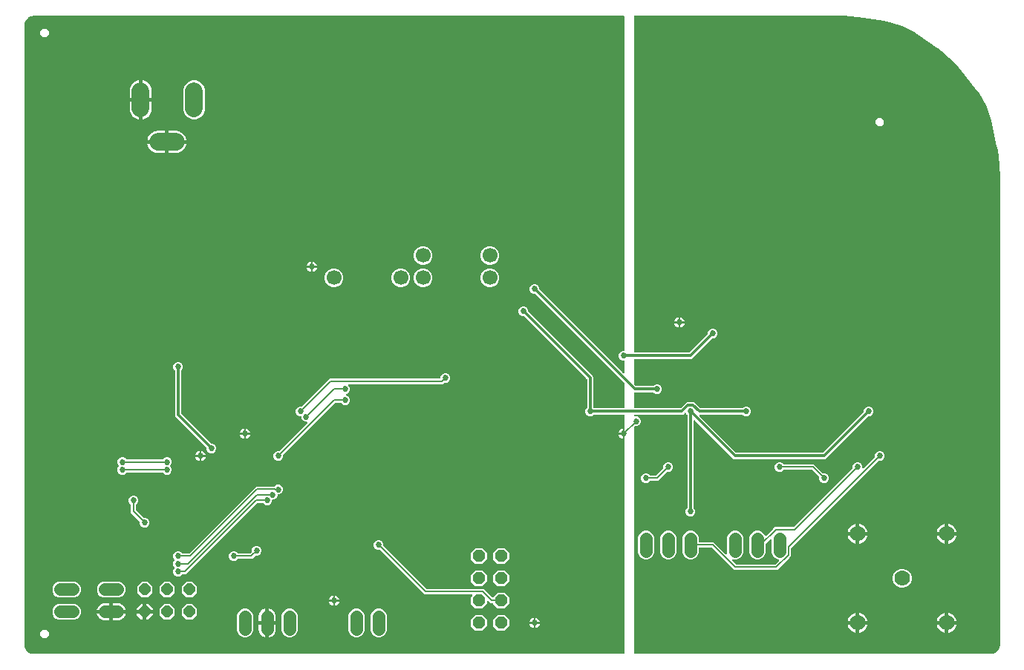
<source format=gbr>
G04 EAGLE Gerber RS-274X export*
G75*
%MOMM*%
%FSLAX34Y34*%
%LPD*%
%INBottom Copper*%
%IPPOS*%
%AMOC8*
5,1,8,0,0,1.08239X$1,22.5*%
G01*
%ADD10C,1.700000*%
%ADD11C,2.000000*%
%ADD12C,1.422400*%
%ADD13P,1.539592X8X292.500000*%
%ADD14C,1.778000*%
%ADD15P,1.415766X8X202.500000*%
%ADD16C,0.685800*%
%ADD17C,0.203200*%
%ADD18C,0.304800*%

G36*
X685858Y2549D02*
X685858Y2549D01*
X685916Y2547D01*
X685998Y2569D01*
X686082Y2581D01*
X686135Y2604D01*
X686191Y2619D01*
X686264Y2662D01*
X686341Y2697D01*
X686386Y2735D01*
X686436Y2764D01*
X686494Y2826D01*
X686558Y2880D01*
X686590Y2929D01*
X686630Y2972D01*
X686669Y3047D01*
X686716Y3117D01*
X686733Y3173D01*
X686760Y3225D01*
X686771Y3293D01*
X686801Y3388D01*
X686804Y3488D01*
X686815Y3556D01*
X686815Y254000D01*
X686815Y274828D01*
X686807Y274886D01*
X686809Y274944D01*
X686787Y275026D01*
X686775Y275110D01*
X686752Y275163D01*
X686737Y275219D01*
X686694Y275292D01*
X686659Y275369D01*
X686621Y275414D01*
X686592Y275464D01*
X686530Y275522D01*
X686476Y275586D01*
X686427Y275618D01*
X686384Y275658D01*
X686309Y275697D01*
X686239Y275744D01*
X686183Y275761D01*
X686131Y275788D01*
X686063Y275799D01*
X685968Y275829D01*
X685868Y275832D01*
X685800Y275843D01*
X652288Y275843D01*
X652201Y275831D01*
X652114Y275828D01*
X652061Y275811D01*
X652006Y275803D01*
X651927Y275768D01*
X651843Y275741D01*
X651804Y275713D01*
X651747Y275687D01*
X651634Y275591D01*
X651570Y275546D01*
X650794Y274770D01*
X648786Y273938D01*
X646614Y273938D01*
X644606Y274770D01*
X643070Y276306D01*
X642238Y278314D01*
X642238Y280486D01*
X643070Y282494D01*
X643846Y283270D01*
X643898Y283340D01*
X643958Y283404D01*
X643984Y283453D01*
X644017Y283497D01*
X644048Y283579D01*
X644088Y283657D01*
X644096Y283704D01*
X644118Y283763D01*
X644130Y283911D01*
X644143Y283988D01*
X644143Y315606D01*
X644131Y315693D01*
X644128Y315780D01*
X644111Y315833D01*
X644103Y315888D01*
X644068Y315968D01*
X644041Y316051D01*
X644013Y316090D01*
X643987Y316147D01*
X643891Y316260D01*
X643846Y316324D01*
X572229Y387941D01*
X572159Y387993D01*
X572095Y388053D01*
X572046Y388079D01*
X572002Y388112D01*
X571920Y388143D01*
X571842Y388183D01*
X571795Y388191D01*
X571736Y388213D01*
X571589Y388225D01*
X571511Y388238D01*
X570414Y388238D01*
X568406Y389070D01*
X566870Y390606D01*
X566038Y392614D01*
X566038Y394786D01*
X566870Y396794D01*
X568406Y398330D01*
X570414Y399162D01*
X572586Y399162D01*
X574594Y398330D01*
X576130Y396794D01*
X576962Y394786D01*
X576962Y393689D01*
X576974Y393602D01*
X576977Y393515D01*
X576994Y393462D01*
X577002Y393407D01*
X577037Y393327D01*
X577064Y393244D01*
X577092Y393205D01*
X577118Y393148D01*
X577214Y393035D01*
X577259Y392971D01*
X651257Y318973D01*
X651257Y283988D01*
X651269Y283901D01*
X651272Y283814D01*
X651289Y283761D01*
X651297Y283706D01*
X651332Y283627D01*
X651359Y283543D01*
X651387Y283504D01*
X651413Y283447D01*
X651472Y283377D01*
X651496Y283336D01*
X651528Y283306D01*
X651554Y283270D01*
X651570Y283254D01*
X651587Y283242D01*
X651596Y283230D01*
X651642Y283200D01*
X651704Y283142D01*
X651753Y283116D01*
X651797Y283083D01*
X651879Y283052D01*
X651957Y283012D01*
X652004Y283004D01*
X652063Y282982D01*
X652210Y282970D01*
X652288Y282957D01*
X685800Y282957D01*
X685858Y282965D01*
X685916Y282963D01*
X685998Y282985D01*
X686082Y282997D01*
X686135Y283020D01*
X686191Y283035D01*
X686264Y283078D01*
X686341Y283113D01*
X686386Y283151D01*
X686436Y283180D01*
X686494Y283242D01*
X686558Y283296D01*
X686590Y283345D01*
X686630Y283388D01*
X686669Y283463D01*
X686716Y283533D01*
X686733Y283589D01*
X686760Y283641D01*
X686771Y283709D01*
X686801Y283804D01*
X686804Y283904D01*
X686815Y283972D01*
X686815Y311034D01*
X686803Y311121D01*
X686800Y311208D01*
X686783Y311261D01*
X686775Y311316D01*
X686740Y311396D01*
X686713Y311479D01*
X686685Y311518D01*
X686659Y311575D01*
X686563Y311688D01*
X686518Y311752D01*
X584929Y413341D01*
X584859Y413393D01*
X584795Y413453D01*
X584746Y413479D01*
X584702Y413512D01*
X584620Y413543D01*
X584542Y413583D01*
X584495Y413591D01*
X584436Y413613D01*
X584289Y413625D01*
X584211Y413638D01*
X583114Y413638D01*
X581106Y414470D01*
X579570Y416006D01*
X578738Y418014D01*
X578738Y420186D01*
X579570Y422194D01*
X581106Y423730D01*
X583114Y424562D01*
X585286Y424562D01*
X587294Y423730D01*
X588830Y422194D01*
X589662Y420186D01*
X589662Y419089D01*
X589674Y419002D01*
X589677Y418915D01*
X589694Y418862D01*
X589702Y418807D01*
X589737Y418727D01*
X589764Y418644D01*
X589792Y418605D01*
X589818Y418548D01*
X589914Y418435D01*
X589959Y418371D01*
X685082Y323248D01*
X685106Y323230D01*
X685125Y323208D01*
X685219Y323145D01*
X685309Y323077D01*
X685337Y323067D01*
X685361Y323050D01*
X685469Y323016D01*
X685575Y322976D01*
X685604Y322973D01*
X685632Y322964D01*
X685746Y322962D01*
X685858Y322952D01*
X685887Y322958D01*
X685916Y322957D01*
X686026Y322986D01*
X686137Y323008D01*
X686163Y323022D01*
X686191Y323029D01*
X686289Y323087D01*
X686389Y323139D01*
X686411Y323159D01*
X686436Y323174D01*
X686513Y323257D01*
X686595Y323335D01*
X686610Y323360D01*
X686630Y323382D01*
X686682Y323482D01*
X686739Y323580D01*
X686746Y323609D01*
X686760Y323635D01*
X686773Y323712D01*
X686809Y323856D01*
X686807Y323918D01*
X686815Y323966D01*
X686815Y336423D01*
X686807Y336481D01*
X686809Y336539D01*
X686787Y336621D01*
X686775Y336705D01*
X686752Y336758D01*
X686737Y336814D01*
X686694Y336887D01*
X686659Y336964D01*
X686621Y337009D01*
X686592Y337059D01*
X686530Y337117D01*
X686476Y337181D01*
X686427Y337213D01*
X686384Y337253D01*
X686309Y337292D01*
X686239Y337339D01*
X686183Y337356D01*
X686131Y337383D01*
X686063Y337394D01*
X685968Y337424D01*
X685868Y337427D01*
X685800Y337438D01*
X684714Y337438D01*
X682706Y338270D01*
X681170Y339806D01*
X680338Y341814D01*
X680338Y343986D01*
X681170Y345994D01*
X682706Y347530D01*
X684714Y348362D01*
X685800Y348362D01*
X685858Y348370D01*
X685916Y348368D01*
X685998Y348390D01*
X686082Y348402D01*
X686135Y348425D01*
X686191Y348440D01*
X686264Y348483D01*
X686341Y348518D01*
X686386Y348556D01*
X686436Y348585D01*
X686494Y348647D01*
X686558Y348701D01*
X686590Y348750D01*
X686630Y348793D01*
X686669Y348868D01*
X686716Y348938D01*
X686733Y348994D01*
X686760Y349046D01*
X686771Y349114D01*
X686801Y349209D01*
X686804Y349309D01*
X686815Y349377D01*
X686815Y729744D01*
X686807Y729802D01*
X686809Y729860D01*
X686787Y729942D01*
X686775Y730026D01*
X686751Y730079D01*
X686737Y730135D01*
X686694Y730208D01*
X686659Y730285D01*
X686621Y730330D01*
X686591Y730380D01*
X686530Y730438D01*
X686475Y730502D01*
X686427Y730534D01*
X686384Y730574D01*
X686309Y730613D01*
X686239Y730660D01*
X686183Y730677D01*
X686131Y730704D01*
X686063Y730715D01*
X685968Y730745D01*
X685868Y730748D01*
X685800Y730759D01*
X12700Y730759D01*
X12644Y730751D01*
X12600Y730754D01*
X10817Y730579D01*
X10540Y730511D01*
X10534Y730508D01*
X10528Y730506D01*
X7231Y729141D01*
X7205Y729125D01*
X7175Y729116D01*
X7111Y729070D01*
X6987Y728996D01*
X6942Y728950D01*
X6902Y728921D01*
X4379Y726398D01*
X4361Y726373D01*
X4337Y726353D01*
X4295Y726286D01*
X4208Y726171D01*
X4185Y726111D01*
X4159Y726069D01*
X2794Y722772D01*
X2736Y722547D01*
X2727Y722521D01*
X2727Y722514D01*
X2723Y722497D01*
X2723Y722490D01*
X2721Y722483D01*
X2546Y720700D01*
X2548Y720643D01*
X2541Y720600D01*
X2541Y12700D01*
X2549Y12644D01*
X2546Y12601D01*
X2721Y10817D01*
X2789Y10540D01*
X2792Y10534D01*
X2794Y10528D01*
X4159Y7231D01*
X4175Y7205D01*
X4184Y7175D01*
X4230Y7111D01*
X4304Y6987D01*
X4307Y6983D01*
X4308Y6981D01*
X4352Y6941D01*
X4379Y6902D01*
X6902Y4379D01*
X6927Y4361D01*
X6947Y4337D01*
X7014Y4295D01*
X7129Y4208D01*
X7189Y4185D01*
X7231Y4159D01*
X10528Y2794D01*
X10803Y2723D01*
X10810Y2723D01*
X10817Y2721D01*
X12600Y2546D01*
X12657Y2548D01*
X12700Y2541D01*
X685800Y2541D01*
X685858Y2549D01*
G37*
G36*
X1104756Y2549D02*
X1104756Y2549D01*
X1104799Y2546D01*
X1106583Y2721D01*
X1106860Y2789D01*
X1106866Y2792D01*
X1106872Y2794D01*
X1110169Y4159D01*
X1110195Y4175D01*
X1110225Y4184D01*
X1110289Y4230D01*
X1110413Y4304D01*
X1110458Y4350D01*
X1110498Y4379D01*
X1113021Y6902D01*
X1113038Y6924D01*
X1113058Y6941D01*
X1113060Y6944D01*
X1113063Y6947D01*
X1113086Y6983D01*
X1113115Y7028D01*
X1113192Y7129D01*
X1113203Y7160D01*
X1113216Y7178D01*
X1113224Y7204D01*
X1113241Y7231D01*
X1114606Y10528D01*
X1114677Y10803D01*
X1114677Y10810D01*
X1114679Y10817D01*
X1114854Y12600D01*
X1114852Y12657D01*
X1114859Y12700D01*
X1114859Y550431D01*
X1114857Y550445D01*
X1114859Y550457D01*
X1114728Y555485D01*
X1114723Y555514D01*
X1114725Y555538D01*
X1114332Y560552D01*
X1114329Y560566D01*
X1114330Y560578D01*
X1114259Y561254D01*
X1113402Y569441D01*
X1113351Y569921D01*
X1113248Y570906D01*
X1113245Y570920D01*
X1113245Y570933D01*
X1112591Y575919D01*
X1112583Y575947D01*
X1112583Y575971D01*
X1111670Y580917D01*
X1111665Y580931D01*
X1111665Y580943D01*
X1111540Y581531D01*
X1111540Y581532D01*
X1111360Y582384D01*
X1106143Y607029D01*
X1106135Y607050D01*
X1106134Y607068D01*
X1104284Y614380D01*
X1104258Y614443D01*
X1104248Y614494D01*
X1098866Y628575D01*
X1098821Y628656D01*
X1098798Y628718D01*
X1091287Y641789D01*
X1091245Y641842D01*
X1091222Y641889D01*
X1086724Y647944D01*
X1086708Y647959D01*
X1086700Y647975D01*
X1068441Y670646D01*
X1067539Y671765D01*
X1067517Y671793D01*
X1067501Y671808D01*
X1067492Y671823D01*
X1062534Y677508D01*
X1062500Y677537D01*
X1062479Y677566D01*
X1057093Y682846D01*
X1057075Y682859D01*
X1057064Y682874D01*
X1056966Y682962D01*
X1054294Y685384D01*
X1054293Y685385D01*
X1053324Y686263D01*
X1053202Y686374D01*
X1053188Y686383D01*
X1053179Y686394D01*
X1048675Y690231D01*
X1048646Y690250D01*
X1048626Y690270D01*
X1043896Y693824D01*
X1043881Y693832D01*
X1043870Y693842D01*
X1042666Y694690D01*
X1023206Y708396D01*
X1023187Y708406D01*
X1023174Y708418D01*
X1016969Y712441D01*
X1016908Y712469D01*
X1016867Y712499D01*
X1003625Y719063D01*
X1003539Y719091D01*
X1003481Y719121D01*
X989391Y723585D01*
X989325Y723596D01*
X989278Y723613D01*
X982018Y725023D01*
X981997Y725024D01*
X981980Y725029D01*
X953778Y729390D01*
X952322Y729615D01*
X952301Y729615D01*
X952284Y729620D01*
X944937Y730469D01*
X944894Y730468D01*
X944860Y730475D01*
X937470Y730759D01*
X937449Y730756D01*
X937431Y730759D01*
X698500Y730759D01*
X698442Y730751D01*
X698384Y730753D01*
X698302Y730731D01*
X698219Y730719D01*
X698165Y730696D01*
X698109Y730681D01*
X698036Y730638D01*
X697959Y730603D01*
X697914Y730565D01*
X697864Y730536D01*
X697806Y730474D01*
X697742Y730420D01*
X697710Y730371D01*
X697670Y730328D01*
X697631Y730253D01*
X697585Y730183D01*
X697567Y730127D01*
X697540Y730075D01*
X697529Y730007D01*
X697499Y729912D01*
X697496Y729812D01*
X697485Y729744D01*
X697485Y347472D01*
X697493Y347414D01*
X697491Y347356D01*
X697513Y347274D01*
X697525Y347190D01*
X697549Y347137D01*
X697563Y347081D01*
X697606Y347008D01*
X697641Y346931D01*
X697679Y346886D01*
X697709Y346836D01*
X697770Y346778D01*
X697825Y346714D01*
X697873Y346682D01*
X697916Y346642D01*
X697991Y346603D01*
X698061Y346556D01*
X698117Y346539D01*
X698169Y346512D01*
X698237Y346501D01*
X698332Y346471D01*
X698432Y346468D01*
X698500Y346457D01*
X760106Y346457D01*
X760193Y346469D01*
X760280Y346472D01*
X760333Y346489D01*
X760388Y346497D01*
X760468Y346532D01*
X760551Y346559D01*
X760590Y346587D01*
X760647Y346613D01*
X760760Y346709D01*
X760824Y346754D01*
X781641Y367571D01*
X781693Y367641D01*
X781753Y367705D01*
X781779Y367754D01*
X781812Y367798D01*
X781843Y367880D01*
X781883Y367958D01*
X781891Y368005D01*
X781913Y368064D01*
X781925Y368211D01*
X781938Y368289D01*
X781938Y369386D01*
X782770Y371394D01*
X784306Y372930D01*
X786314Y373762D01*
X788486Y373762D01*
X790494Y372930D01*
X792030Y371394D01*
X792862Y369386D01*
X792862Y367214D01*
X792030Y365206D01*
X790494Y363670D01*
X788486Y362838D01*
X787389Y362838D01*
X787302Y362826D01*
X787215Y362823D01*
X787162Y362806D01*
X787107Y362798D01*
X787027Y362763D01*
X786944Y362736D01*
X786905Y362708D01*
X786848Y362682D01*
X786735Y362586D01*
X786671Y362541D01*
X763473Y339343D01*
X698500Y339343D01*
X698442Y339335D01*
X698384Y339337D01*
X698302Y339315D01*
X698219Y339303D01*
X698165Y339280D01*
X698109Y339265D01*
X698036Y339222D01*
X697959Y339187D01*
X697914Y339149D01*
X697864Y339120D01*
X697806Y339058D01*
X697742Y339004D01*
X697710Y338955D01*
X697670Y338912D01*
X697631Y338837D01*
X697585Y338767D01*
X697567Y338711D01*
X697540Y338659D01*
X697529Y338591D01*
X697499Y338496D01*
X697496Y338396D01*
X697485Y338328D01*
X697485Y311266D01*
X697497Y311179D01*
X697500Y311092D01*
X697517Y311039D01*
X697525Y310984D01*
X697560Y310904D01*
X697587Y310821D01*
X697615Y310782D01*
X697641Y310725D01*
X697737Y310612D01*
X697782Y310548D01*
X699676Y308654D01*
X699746Y308602D01*
X699810Y308542D01*
X699859Y308516D01*
X699903Y308483D01*
X699985Y308452D01*
X700063Y308412D01*
X700110Y308404D01*
X700169Y308382D01*
X700316Y308370D01*
X700394Y308357D01*
X719312Y308357D01*
X719399Y308369D01*
X719486Y308372D01*
X719539Y308389D01*
X719594Y308397D01*
X719673Y308432D01*
X719757Y308459D01*
X719796Y308487D01*
X719853Y308513D01*
X719966Y308609D01*
X720030Y308654D01*
X720806Y309430D01*
X722814Y310262D01*
X724986Y310262D01*
X726994Y309430D01*
X728530Y307894D01*
X729362Y305886D01*
X729362Y303714D01*
X728530Y301706D01*
X726994Y300170D01*
X724986Y299338D01*
X722814Y299338D01*
X720806Y300170D01*
X720030Y300946D01*
X719960Y300998D01*
X719896Y301058D01*
X719847Y301084D01*
X719803Y301117D01*
X719721Y301148D01*
X719643Y301188D01*
X719596Y301196D01*
X719537Y301218D01*
X719389Y301230D01*
X719312Y301243D01*
X698500Y301243D01*
X698442Y301235D01*
X698384Y301237D01*
X698302Y301215D01*
X698219Y301203D01*
X698165Y301180D01*
X698109Y301165D01*
X698036Y301122D01*
X697959Y301087D01*
X697914Y301049D01*
X697864Y301020D01*
X697806Y300958D01*
X697742Y300904D01*
X697710Y300855D01*
X697670Y300812D01*
X697631Y300737D01*
X697585Y300667D01*
X697567Y300611D01*
X697540Y300559D01*
X697529Y300491D01*
X697499Y300396D01*
X697496Y300296D01*
X697485Y300228D01*
X697485Y283972D01*
X697493Y283914D01*
X697491Y283856D01*
X697513Y283774D01*
X697525Y283690D01*
X697549Y283637D01*
X697563Y283581D01*
X697606Y283508D01*
X697641Y283431D01*
X697679Y283386D01*
X697709Y283336D01*
X697770Y283278D01*
X697825Y283214D01*
X697873Y283182D01*
X697916Y283142D01*
X697991Y283103D01*
X698061Y283056D01*
X698117Y283039D01*
X698169Y283012D01*
X698237Y283001D01*
X698332Y282971D01*
X698432Y282968D01*
X698500Y282957D01*
X750228Y282957D01*
X750315Y282969D01*
X750402Y282972D01*
X750455Y282989D01*
X750509Y282997D01*
X750589Y283032D01*
X750672Y283059D01*
X750712Y283087D01*
X750769Y283113D01*
X750882Y283209D01*
X750946Y283254D01*
X757633Y289942D01*
X766367Y289942D01*
X773054Y283254D01*
X773124Y283202D01*
X773188Y283142D01*
X773237Y283116D01*
X773281Y283083D01*
X773363Y283052D01*
X773441Y283012D01*
X773489Y283004D01*
X773547Y282982D01*
X773695Y282970D01*
X773772Y282957D01*
X820912Y282957D01*
X820999Y282969D01*
X821086Y282972D01*
X821139Y282989D01*
X821194Y282997D01*
X821273Y283032D01*
X821357Y283059D01*
X821396Y283087D01*
X821453Y283113D01*
X821566Y283209D01*
X821630Y283254D01*
X822406Y284030D01*
X824414Y284862D01*
X826586Y284862D01*
X828594Y284030D01*
X830130Y282494D01*
X830962Y280486D01*
X830962Y278314D01*
X830130Y276306D01*
X828594Y274770D01*
X826586Y273938D01*
X824414Y273938D01*
X822406Y274770D01*
X821630Y275546D01*
X821560Y275598D01*
X821496Y275658D01*
X821447Y275684D01*
X821403Y275717D01*
X821321Y275748D01*
X821243Y275788D01*
X821196Y275796D01*
X821137Y275818D01*
X820989Y275830D01*
X820912Y275843D01*
X773038Y275843D01*
X773009Y275839D01*
X772979Y275842D01*
X772868Y275819D01*
X772756Y275803D01*
X772730Y275791D01*
X772701Y275786D01*
X772600Y275734D01*
X772497Y275687D01*
X772474Y275668D01*
X772448Y275655D01*
X772366Y275577D01*
X772280Y275504D01*
X772264Y275479D01*
X772242Y275459D01*
X772185Y275361D01*
X772122Y275267D01*
X772113Y275239D01*
X772099Y275214D01*
X772071Y275104D01*
X772036Y274996D01*
X772036Y274966D01*
X772028Y274938D01*
X772032Y274825D01*
X772029Y274712D01*
X772037Y274683D01*
X772038Y274654D01*
X772072Y274546D01*
X772101Y274437D01*
X772116Y274411D01*
X772125Y274383D01*
X772170Y274320D01*
X772246Y274192D01*
X772292Y274149D01*
X772320Y274110D01*
X813976Y232454D01*
X814046Y232402D01*
X814110Y232342D01*
X814159Y232316D01*
X814203Y232283D01*
X814285Y232252D01*
X814363Y232212D01*
X814410Y232204D01*
X814469Y232182D01*
X814616Y232170D01*
X814694Y232157D01*
X912506Y232157D01*
X912593Y232169D01*
X912680Y232172D01*
X912733Y232189D01*
X912788Y232197D01*
X912868Y232232D01*
X912951Y232259D01*
X912990Y232287D01*
X913047Y232313D01*
X913160Y232409D01*
X913224Y232454D01*
X959441Y278671D01*
X959493Y278741D01*
X959553Y278805D01*
X959579Y278854D01*
X959612Y278898D01*
X959643Y278980D01*
X959683Y279058D01*
X959691Y279105D01*
X959713Y279164D01*
X959725Y279311D01*
X959738Y279389D01*
X959738Y280486D01*
X960570Y282494D01*
X962106Y284030D01*
X964114Y284862D01*
X966286Y284862D01*
X968294Y284030D01*
X969830Y282494D01*
X970662Y280486D01*
X970662Y278314D01*
X969830Y276306D01*
X968294Y274770D01*
X966286Y273938D01*
X965189Y273938D01*
X965102Y273926D01*
X965015Y273923D01*
X964962Y273906D01*
X964907Y273898D01*
X964827Y273863D01*
X964744Y273836D01*
X964705Y273808D01*
X964648Y273782D01*
X964535Y273686D01*
X964471Y273641D01*
X915873Y225043D01*
X811327Y225043D01*
X808946Y227424D01*
X767290Y269080D01*
X767266Y269098D01*
X767247Y269120D01*
X767153Y269183D01*
X767063Y269251D01*
X767035Y269261D01*
X767011Y269278D01*
X766903Y269312D01*
X766797Y269352D01*
X766768Y269355D01*
X766740Y269364D01*
X766626Y269366D01*
X766514Y269376D01*
X766485Y269370D01*
X766456Y269371D01*
X766346Y269342D01*
X766235Y269320D01*
X766209Y269306D01*
X766181Y269299D01*
X766083Y269241D01*
X765983Y269189D01*
X765961Y269169D01*
X765936Y269154D01*
X765859Y269071D01*
X765777Y268993D01*
X765762Y268968D01*
X765742Y268946D01*
X765690Y268846D01*
X765633Y268748D01*
X765626Y268719D01*
X765612Y268693D01*
X765599Y268616D01*
X765563Y268472D01*
X765565Y268410D01*
X765557Y268362D01*
X765557Y169688D01*
X765569Y169601D01*
X765572Y169514D01*
X765589Y169461D01*
X765597Y169406D01*
X765632Y169327D01*
X765659Y169243D01*
X765687Y169204D01*
X765713Y169147D01*
X765809Y169034D01*
X765854Y168970D01*
X766630Y168194D01*
X767462Y166186D01*
X767462Y164014D01*
X766630Y162006D01*
X765094Y160470D01*
X763086Y159638D01*
X760914Y159638D01*
X758906Y160470D01*
X757370Y162006D01*
X756538Y164014D01*
X756538Y166186D01*
X757370Y168194D01*
X758146Y168970D01*
X758198Y169040D01*
X758258Y169104D01*
X758284Y169153D01*
X758317Y169197D01*
X758348Y169279D01*
X758388Y169357D01*
X758396Y169404D01*
X758418Y169463D01*
X758430Y169611D01*
X758443Y169688D01*
X758443Y274812D01*
X758431Y274899D01*
X758428Y274986D01*
X758411Y275039D01*
X758403Y275094D01*
X758368Y275173D01*
X758341Y275257D01*
X758313Y275296D01*
X758287Y275353D01*
X758191Y275466D01*
X758146Y275530D01*
X757370Y276306D01*
X756981Y277244D01*
X756923Y277343D01*
X756870Y277445D01*
X756851Y277465D01*
X756837Y277489D01*
X756753Y277568D01*
X756674Y277651D01*
X756650Y277665D01*
X756630Y277684D01*
X756528Y277737D01*
X756429Y277795D01*
X756402Y277802D01*
X756377Y277815D01*
X756264Y277837D01*
X756153Y277865D01*
X756126Y277864D01*
X756098Y277870D01*
X755984Y277860D01*
X755869Y277856D01*
X755843Y277847D01*
X755815Y277845D01*
X755708Y277804D01*
X755599Y277769D01*
X755578Y277754D01*
X755550Y277743D01*
X755337Y277582D01*
X755325Y277574D01*
X753595Y275843D01*
X698500Y275843D01*
X698442Y275835D01*
X698384Y275837D01*
X698302Y275815D01*
X698219Y275803D01*
X698165Y275780D01*
X698109Y275765D01*
X698036Y275722D01*
X697959Y275687D01*
X697914Y275649D01*
X697864Y275620D01*
X697806Y275558D01*
X697742Y275504D01*
X697710Y275455D01*
X697670Y275412D01*
X697631Y275337D01*
X697585Y275267D01*
X697567Y275211D01*
X697540Y275159D01*
X697529Y275091D01*
X697499Y274996D01*
X697496Y274896D01*
X697485Y274828D01*
X697485Y274531D01*
X697501Y274417D01*
X697511Y274302D01*
X697521Y274276D01*
X697525Y274249D01*
X697572Y274144D01*
X697613Y274037D01*
X697630Y274015D01*
X697641Y273990D01*
X697715Y273902D01*
X697784Y273810D01*
X697807Y273794D01*
X697825Y273773D01*
X697920Y273709D01*
X698012Y273640D01*
X698038Y273630D01*
X698061Y273615D01*
X698171Y273580D01*
X698278Y273540D01*
X698306Y273538D01*
X698332Y273529D01*
X698447Y273526D01*
X698562Y273517D01*
X698586Y273523D01*
X698616Y273522D01*
X698767Y273561D01*
X700986Y273561D01*
X702994Y272730D01*
X704530Y271194D01*
X705361Y269186D01*
X705361Y267013D01*
X704530Y265006D01*
X702994Y263469D01*
X700986Y262638D01*
X699170Y262638D01*
X699083Y262626D01*
X698996Y262623D01*
X698943Y262606D01*
X698889Y262598D01*
X698809Y262562D01*
X698726Y262535D01*
X698686Y262507D01*
X698629Y262482D01*
X698516Y262386D01*
X698452Y262341D01*
X697782Y261671D01*
X697730Y261601D01*
X697670Y261537D01*
X697644Y261487D01*
X697611Y261443D01*
X697580Y261362D01*
X697540Y261284D01*
X697532Y261236D01*
X697510Y261178D01*
X697498Y261030D01*
X697485Y260953D01*
X697485Y3556D01*
X697493Y3498D01*
X697491Y3440D01*
X697513Y3358D01*
X697525Y3274D01*
X697549Y3221D01*
X697563Y3165D01*
X697606Y3092D01*
X697641Y3015D01*
X697679Y2970D01*
X697709Y2920D01*
X697770Y2862D01*
X697825Y2798D01*
X697873Y2766D01*
X697916Y2726D01*
X697991Y2687D01*
X698061Y2640D01*
X698117Y2623D01*
X698169Y2596D01*
X698237Y2585D01*
X698332Y2555D01*
X698432Y2552D01*
X698500Y2541D01*
X1104700Y2541D01*
X1104756Y2549D01*
G37*
%LPC*%
G36*
X811537Y98551D02*
X811537Y98551D01*
X786435Y123654D01*
X786365Y123706D01*
X786301Y123766D01*
X786251Y123792D01*
X786207Y123825D01*
X786126Y123856D01*
X786048Y123896D01*
X786000Y123904D01*
X785942Y123926D01*
X785794Y123938D01*
X785717Y123951D01*
X772160Y123951D01*
X772102Y123943D01*
X772044Y123945D01*
X771962Y123923D01*
X771878Y123911D01*
X771825Y123888D01*
X771769Y123873D01*
X771696Y123830D01*
X771619Y123795D01*
X771574Y123757D01*
X771524Y123728D01*
X771466Y123666D01*
X771402Y123612D01*
X771370Y123563D01*
X771330Y123520D01*
X771291Y123445D01*
X771244Y123375D01*
X771227Y123319D01*
X771200Y123267D01*
X771189Y123199D01*
X771159Y123104D01*
X771156Y123004D01*
X771145Y122936D01*
X771145Y118069D01*
X769753Y114708D01*
X767180Y112135D01*
X763819Y110743D01*
X760181Y110743D01*
X756820Y112135D01*
X754247Y114708D01*
X752855Y118069D01*
X752855Y135931D01*
X754247Y139292D01*
X756820Y141865D01*
X760181Y143257D01*
X763819Y143257D01*
X767180Y141865D01*
X769753Y139292D01*
X771145Y135931D01*
X771145Y131064D01*
X771153Y131006D01*
X771151Y130948D01*
X771173Y130866D01*
X771185Y130782D01*
X771208Y130729D01*
X771223Y130673D01*
X771266Y130600D01*
X771301Y130523D01*
X771339Y130478D01*
X771368Y130428D01*
X771430Y130370D01*
X771484Y130306D01*
X771533Y130274D01*
X771576Y130234D01*
X771651Y130195D01*
X771721Y130148D01*
X771777Y130131D01*
X771829Y130104D01*
X771897Y130093D01*
X771992Y130063D01*
X772092Y130060D01*
X772160Y130049D01*
X788663Y130049D01*
X802177Y116535D01*
X802245Y116483D01*
X802308Y116424D01*
X802358Y116398D01*
X802404Y116364D01*
X802484Y116334D01*
X802560Y116294D01*
X802616Y116283D01*
X802669Y116263D01*
X802755Y116256D01*
X802839Y116239D01*
X802896Y116244D01*
X802953Y116239D01*
X803037Y116256D01*
X803123Y116264D01*
X803176Y116284D01*
X803231Y116295D01*
X803308Y116335D01*
X803388Y116366D01*
X803433Y116400D01*
X803484Y116426D01*
X803546Y116485D01*
X803615Y116537D01*
X803649Y116583D01*
X803690Y116622D01*
X803733Y116696D01*
X803785Y116765D01*
X803805Y116818D01*
X803834Y116867D01*
X803855Y116951D01*
X803885Y117031D01*
X803890Y117088D01*
X803904Y117143D01*
X803901Y117229D01*
X803908Y117314D01*
X803898Y117358D01*
X803898Y117380D01*
X803896Y117390D01*
X803895Y117427D01*
X803851Y117562D01*
X803849Y117570D01*
X803832Y117641D01*
X803655Y118069D01*
X803655Y135931D01*
X805047Y139292D01*
X807620Y141865D01*
X810981Y143257D01*
X814619Y143257D01*
X817980Y141865D01*
X820553Y139292D01*
X821945Y135931D01*
X821945Y118069D01*
X820553Y114708D01*
X817980Y112135D01*
X814619Y110743D01*
X810981Y110743D01*
X810553Y110920D01*
X810470Y110942D01*
X810390Y110972D01*
X810333Y110977D01*
X810278Y110991D01*
X810192Y110989D01*
X810107Y110996D01*
X810051Y110985D01*
X809994Y110983D01*
X809912Y110957D01*
X809828Y110940D01*
X809777Y110914D01*
X809723Y110897D01*
X809652Y110849D01*
X809576Y110809D01*
X809534Y110770D01*
X809487Y110738D01*
X809432Y110673D01*
X809369Y110613D01*
X809341Y110564D01*
X809304Y110521D01*
X809269Y110442D01*
X809226Y110368D01*
X809212Y110313D01*
X809189Y110261D01*
X809177Y110176D01*
X809156Y110093D01*
X809157Y110036D01*
X809150Y109979D01*
X809162Y109894D01*
X809165Y109808D01*
X809182Y109754D01*
X809190Y109698D01*
X809226Y109620D01*
X809252Y109538D01*
X809281Y109498D01*
X809307Y109439D01*
X809402Y109328D01*
X809447Y109265D01*
X813765Y104946D01*
X813835Y104894D01*
X813899Y104834D01*
X813949Y104808D01*
X813993Y104775D01*
X814074Y104744D01*
X814152Y104704D01*
X814200Y104696D01*
X814258Y104674D01*
X814406Y104662D01*
X814483Y104649D01*
X857997Y104649D01*
X858084Y104661D01*
X858171Y104664D01*
X858224Y104681D01*
X858279Y104689D01*
X858358Y104724D01*
X858442Y104751D01*
X858481Y104779D01*
X858538Y104805D01*
X858651Y104901D01*
X858715Y104946D01*
X862779Y109010D01*
X862797Y109034D01*
X862819Y109053D01*
X862882Y109147D01*
X862950Y109237D01*
X862960Y109265D01*
X862977Y109289D01*
X863011Y109397D01*
X863051Y109503D01*
X863054Y109532D01*
X863062Y109560D01*
X863065Y109674D01*
X863075Y109786D01*
X863069Y109815D01*
X863070Y109844D01*
X863041Y109954D01*
X863019Y110065D01*
X863005Y110091D01*
X862998Y110119D01*
X862940Y110217D01*
X862888Y110317D01*
X862868Y110339D01*
X862853Y110364D01*
X862770Y110441D01*
X862692Y110523D01*
X862667Y110538D01*
X862645Y110558D01*
X862544Y110610D01*
X862447Y110667D01*
X862418Y110674D01*
X862392Y110688D01*
X862315Y110701D01*
X862171Y110737D01*
X862109Y110735D01*
X862061Y110743D01*
X861781Y110743D01*
X858420Y112135D01*
X855847Y114708D01*
X854455Y118069D01*
X854455Y132573D01*
X854451Y132602D01*
X854454Y132631D01*
X854431Y132742D01*
X854415Y132855D01*
X854403Y132881D01*
X854398Y132910D01*
X854346Y133011D01*
X854299Y133114D01*
X854280Y133136D01*
X854267Y133162D01*
X854189Y133245D01*
X854116Y133331D01*
X854091Y133347D01*
X854071Y133369D01*
X853973Y133426D01*
X853879Y133489D01*
X853851Y133498D01*
X853826Y133512D01*
X853716Y133540D01*
X853608Y133574D01*
X853578Y133575D01*
X853550Y133582D01*
X853437Y133579D01*
X853324Y133582D01*
X853295Y133574D01*
X853266Y133573D01*
X853158Y133538D01*
X853049Y133510D01*
X853023Y133495D01*
X852995Y133486D01*
X852932Y133440D01*
X852804Y133365D01*
X852761Y133319D01*
X852722Y133291D01*
X847642Y128211D01*
X847590Y128141D01*
X847530Y128077D01*
X847504Y128028D01*
X847471Y127984D01*
X847440Y127902D01*
X847400Y127824D01*
X847392Y127777D01*
X847370Y127718D01*
X847359Y127585D01*
X847359Y127584D01*
X847359Y127582D01*
X847358Y127570D01*
X847345Y127493D01*
X847345Y118069D01*
X845953Y114708D01*
X843380Y112135D01*
X840019Y110743D01*
X836381Y110743D01*
X833020Y112135D01*
X830447Y114708D01*
X829055Y118069D01*
X829055Y135931D01*
X830447Y139292D01*
X833020Y141865D01*
X836381Y143257D01*
X840019Y143257D01*
X843380Y141865D01*
X845953Y139292D01*
X846586Y137763D01*
X846644Y137664D01*
X846697Y137562D01*
X846716Y137542D01*
X846730Y137518D01*
X846814Y137439D01*
X846893Y137356D01*
X846917Y137342D01*
X846937Y137323D01*
X847039Y137270D01*
X847138Y137212D01*
X847165Y137206D01*
X847190Y137193D01*
X847303Y137171D01*
X847414Y137142D01*
X847441Y137143D01*
X847469Y137138D01*
X847583Y137148D01*
X847698Y137151D01*
X847724Y137160D01*
X847752Y137162D01*
X847859Y137204D01*
X847968Y137239D01*
X847989Y137253D01*
X848017Y137264D01*
X848230Y137425D01*
X848242Y137434D01*
X856045Y145237D01*
X856046Y145238D01*
X858129Y147321D01*
X879189Y147321D01*
X879275Y147333D01*
X879363Y147336D01*
X879415Y147353D01*
X879470Y147361D01*
X879550Y147396D01*
X879633Y147423D01*
X879672Y147451D01*
X879730Y147477D01*
X879843Y147573D01*
X879907Y147618D01*
X946741Y214452D01*
X946793Y214522D01*
X946853Y214586D01*
X946879Y214636D01*
X946912Y214680D01*
X946943Y214761D01*
X946983Y214839D01*
X946991Y214887D01*
X947013Y214945D01*
X947025Y215093D01*
X947038Y215170D01*
X947038Y216986D01*
X947870Y218994D01*
X949406Y220530D01*
X951414Y221362D01*
X953586Y221362D01*
X955594Y220530D01*
X957130Y218994D01*
X957962Y216986D01*
X957962Y215424D01*
X957966Y215395D01*
X957963Y215366D01*
X957986Y215255D01*
X958002Y215143D01*
X958014Y215116D01*
X958019Y215087D01*
X958071Y214987D01*
X958118Y214883D01*
X958137Y214861D01*
X958150Y214835D01*
X958228Y214753D01*
X958301Y214666D01*
X958326Y214650D01*
X958346Y214629D01*
X958444Y214572D01*
X958538Y214509D01*
X958566Y214500D01*
X958591Y214485D01*
X958701Y214457D01*
X958809Y214423D01*
X958839Y214422D01*
X958867Y214415D01*
X958980Y214419D01*
X959093Y214416D01*
X959122Y214423D01*
X959151Y214424D01*
X959259Y214459D01*
X959368Y214488D01*
X959394Y214503D01*
X959422Y214512D01*
X959485Y214557D01*
X959613Y214633D01*
X959656Y214678D01*
X959695Y214706D01*
X972141Y227152D01*
X972193Y227222D01*
X972253Y227286D01*
X972279Y227336D01*
X972312Y227380D01*
X972343Y227461D01*
X972383Y227539D01*
X972391Y227587D01*
X972413Y227645D01*
X972422Y227750D01*
X972424Y227758D01*
X972425Y227791D01*
X972425Y227793D01*
X972438Y227870D01*
X972438Y229686D01*
X973270Y231694D01*
X974806Y233230D01*
X976814Y234062D01*
X978986Y234062D01*
X980994Y233230D01*
X982530Y231694D01*
X983362Y229686D01*
X983362Y227514D01*
X982530Y225506D01*
X980994Y223970D01*
X978986Y223138D01*
X977170Y223138D01*
X977084Y223126D01*
X976996Y223123D01*
X976944Y223106D01*
X976889Y223098D01*
X976809Y223063D01*
X976726Y223036D01*
X976687Y223008D01*
X976629Y222982D01*
X976516Y222886D01*
X976452Y222841D01*
X877106Y123495D01*
X877054Y123425D01*
X876994Y123361D01*
X876968Y123311D01*
X876935Y123267D01*
X876904Y123186D01*
X876864Y123108D01*
X876856Y123060D01*
X876834Y123002D01*
X876822Y122854D01*
X876809Y122777D01*
X876809Y114417D01*
X874726Y112334D01*
X874725Y112333D01*
X860943Y98551D01*
X811537Y98551D01*
G37*
%LPD*%
%LPC*%
G36*
X291014Y223138D02*
X291014Y223138D01*
X289006Y223970D01*
X287470Y225506D01*
X286638Y227514D01*
X286638Y229686D01*
X287470Y231694D01*
X289006Y233230D01*
X291014Y234062D01*
X292830Y234062D01*
X292916Y234074D01*
X293004Y234077D01*
X293056Y234094D01*
X293111Y234102D01*
X293191Y234137D01*
X293274Y234164D01*
X293313Y234192D01*
X293371Y234218D01*
X293484Y234314D01*
X293548Y234359D01*
X325107Y265919D01*
X325125Y265942D01*
X325147Y265961D01*
X325210Y266056D01*
X325278Y266146D01*
X325289Y266174D01*
X325305Y266198D01*
X325339Y266306D01*
X325380Y266412D01*
X325382Y266441D01*
X325391Y266469D01*
X325394Y266582D01*
X325403Y266695D01*
X325397Y266724D01*
X325398Y266753D01*
X325369Y266863D01*
X325347Y266974D01*
X325334Y267000D01*
X325326Y267028D01*
X325268Y267126D01*
X325216Y267226D01*
X325196Y267247D01*
X325181Y267273D01*
X325098Y267350D01*
X325020Y267432D01*
X324995Y267447D01*
X324974Y267467D01*
X324873Y267519D01*
X324775Y267576D01*
X324747Y267583D01*
X324721Y267597D01*
X324643Y267610D01*
X324500Y267646D01*
X324437Y267644D01*
X324390Y267652D01*
X322700Y267652D01*
X320692Y268484D01*
X319156Y270020D01*
X318324Y272027D01*
X318324Y272923D01*
X318316Y272981D01*
X318318Y273039D01*
X318296Y273121D01*
X318285Y273205D01*
X318261Y273258D01*
X318246Y273314D01*
X318203Y273387D01*
X318168Y273464D01*
X318131Y273509D01*
X318101Y273559D01*
X318039Y273617D01*
X317985Y273681D01*
X317936Y273713D01*
X317893Y273753D01*
X317818Y273792D01*
X317748Y273839D01*
X317692Y273856D01*
X317640Y273883D01*
X317572Y273894D01*
X317477Y273924D01*
X317377Y273927D01*
X317309Y273938D01*
X316414Y273938D01*
X314406Y274770D01*
X312870Y276306D01*
X312038Y278314D01*
X312038Y280486D01*
X312870Y282494D01*
X314406Y284030D01*
X316414Y284862D01*
X318230Y284862D01*
X318316Y284874D01*
X318404Y284877D01*
X318456Y284894D01*
X318511Y284902D01*
X318591Y284937D01*
X318674Y284964D01*
X318713Y284992D01*
X318771Y285018D01*
X318884Y285114D01*
X318948Y285159D01*
X350527Y316739D01*
X476123Y316739D01*
X476181Y316747D01*
X476239Y316745D01*
X476321Y316767D01*
X476405Y316779D01*
X476458Y316802D01*
X476514Y316817D01*
X476587Y316860D01*
X476664Y316895D01*
X476709Y316933D01*
X476759Y316962D01*
X476817Y317024D01*
X476881Y317078D01*
X476913Y317127D01*
X476953Y317170D01*
X476992Y317245D01*
X477039Y317315D01*
X477056Y317371D01*
X477083Y317423D01*
X477094Y317491D01*
X477124Y317586D01*
X477127Y317686D01*
X477138Y317754D01*
X477138Y318586D01*
X477970Y320594D01*
X479506Y322130D01*
X481514Y322962D01*
X483686Y322962D01*
X485694Y322130D01*
X487230Y320594D01*
X488062Y318586D01*
X488062Y316414D01*
X487230Y314406D01*
X485694Y312870D01*
X483686Y312038D01*
X481870Y312038D01*
X481784Y312026D01*
X481696Y312023D01*
X481644Y312006D01*
X481589Y311998D01*
X481509Y311963D01*
X481426Y311936D01*
X481387Y311908D01*
X481329Y311882D01*
X481216Y311786D01*
X481152Y311741D01*
X480053Y310641D01*
X372634Y310641D01*
X372605Y310637D01*
X372576Y310640D01*
X372464Y310617D01*
X372352Y310601D01*
X372326Y310589D01*
X372297Y310584D01*
X372196Y310531D01*
X372093Y310485D01*
X372071Y310466D01*
X372044Y310453D01*
X371962Y310375D01*
X371876Y310302D01*
X371860Y310277D01*
X371838Y310257D01*
X371781Y310159D01*
X371718Y310065D01*
X371709Y310037D01*
X371695Y310012D01*
X371667Y309902D01*
X371633Y309794D01*
X371632Y309764D01*
X371625Y309736D01*
X371628Y309623D01*
X371625Y309510D01*
X371633Y309481D01*
X371634Y309452D01*
X371668Y309344D01*
X371697Y309235D01*
X371712Y309209D01*
X371721Y309181D01*
X371767Y309117D01*
X371842Y308990D01*
X371888Y308947D01*
X371916Y308908D01*
X372930Y307894D01*
X373762Y305886D01*
X373762Y303714D01*
X372930Y301706D01*
X371394Y300170D01*
X369506Y299388D01*
X369481Y299373D01*
X369453Y299364D01*
X369359Y299301D01*
X369262Y299243D01*
X369241Y299222D01*
X369217Y299206D01*
X369144Y299119D01*
X369066Y299037D01*
X369053Y299011D01*
X369034Y298988D01*
X368988Y298885D01*
X368936Y298784D01*
X368931Y298755D01*
X368919Y298728D01*
X368903Y298616D01*
X368881Y298505D01*
X368884Y298476D01*
X368880Y298447D01*
X368896Y298335D01*
X368906Y298222D01*
X368916Y298195D01*
X368920Y298165D01*
X368967Y298062D01*
X369008Y297957D01*
X369025Y297933D01*
X369037Y297906D01*
X369111Y297820D01*
X369179Y297730D01*
X369203Y297712D01*
X369222Y297690D01*
X369288Y297648D01*
X369407Y297560D01*
X369466Y297538D01*
X369506Y297512D01*
X371394Y296730D01*
X372930Y295194D01*
X373762Y293186D01*
X373762Y291014D01*
X372930Y289006D01*
X371394Y287470D01*
X369386Y286638D01*
X367214Y286638D01*
X365206Y287470D01*
X363922Y288754D01*
X363852Y288806D01*
X363788Y288866D01*
X363739Y288892D01*
X363695Y288925D01*
X363613Y288956D01*
X363535Y288996D01*
X363488Y289004D01*
X363429Y289026D01*
X363281Y289038D01*
X363204Y289051D01*
X357283Y289051D01*
X357197Y289039D01*
X357109Y289036D01*
X357057Y289019D01*
X357002Y289011D01*
X356922Y288976D01*
X356839Y288949D01*
X356800Y288921D01*
X356742Y288895D01*
X356629Y288799D01*
X356565Y288754D01*
X297859Y230048D01*
X297807Y229978D01*
X297747Y229914D01*
X297721Y229864D01*
X297688Y229820D01*
X297657Y229739D01*
X297617Y229661D01*
X297609Y229613D01*
X297587Y229555D01*
X297575Y229407D01*
X297562Y229330D01*
X297562Y227514D01*
X296730Y225506D01*
X295194Y223970D01*
X293186Y223138D01*
X291014Y223138D01*
G37*
%LPD*%
%LPC*%
G36*
X176714Y91058D02*
X176714Y91058D01*
X174706Y91890D01*
X173170Y93426D01*
X172338Y95434D01*
X172338Y97606D01*
X173170Y99614D01*
X173803Y100247D01*
X173838Y100294D01*
X173881Y100334D01*
X173923Y100407D01*
X173974Y100474D01*
X173995Y100529D01*
X174024Y100579D01*
X174045Y100661D01*
X174075Y100740D01*
X174080Y100798D01*
X174094Y100855D01*
X174092Y100939D01*
X174099Y101023D01*
X174087Y101081D01*
X174085Y101139D01*
X174059Y101219D01*
X174043Y101302D01*
X174016Y101354D01*
X173998Y101410D01*
X173958Y101466D01*
X173912Y101554D01*
X173843Y101627D01*
X173803Y101683D01*
X173170Y102316D01*
X172338Y104324D01*
X172338Y106496D01*
X173170Y108504D01*
X173803Y109137D01*
X173838Y109184D01*
X173881Y109224D01*
X173923Y109297D01*
X173974Y109364D01*
X173995Y109419D01*
X174024Y109469D01*
X174045Y109551D01*
X174075Y109630D01*
X174080Y109688D01*
X174094Y109745D01*
X174092Y109829D01*
X174099Y109913D01*
X174087Y109971D01*
X174085Y110029D01*
X174059Y110109D01*
X174043Y110192D01*
X174016Y110244D01*
X173998Y110300D01*
X173958Y110356D01*
X173912Y110444D01*
X173843Y110517D01*
X173803Y110573D01*
X173170Y111206D01*
X172338Y113214D01*
X172338Y115386D01*
X173170Y117394D01*
X174706Y118930D01*
X176714Y119762D01*
X178886Y119762D01*
X180894Y118930D01*
X182178Y117646D01*
X182248Y117594D01*
X182312Y117534D01*
X182361Y117508D01*
X182405Y117475D01*
X182487Y117444D01*
X182565Y117404D01*
X182612Y117396D01*
X182671Y117374D01*
X182819Y117362D01*
X182896Y117349D01*
X190022Y117349D01*
X190109Y117361D01*
X190196Y117364D01*
X190249Y117381D01*
X190303Y117389D01*
X190383Y117424D01*
X190466Y117451D01*
X190506Y117479D01*
X190563Y117505D01*
X190676Y117601D01*
X190740Y117646D01*
X266769Y193676D01*
X287131Y193676D01*
X287218Y193688D01*
X287305Y193691D01*
X287358Y193708D01*
X287413Y193715D01*
X287493Y193751D01*
X287576Y193778D01*
X287615Y193806D01*
X287672Y193832D01*
X287785Y193928D01*
X287849Y193973D01*
X288942Y195066D01*
X290950Y195898D01*
X293123Y195898D01*
X295130Y195066D01*
X296666Y193530D01*
X297498Y191523D01*
X297498Y189350D01*
X296666Y187342D01*
X295130Y185806D01*
X293123Y184974D01*
X292227Y184974D01*
X292169Y184966D01*
X292111Y184968D01*
X292029Y184946D01*
X291946Y184935D01*
X291892Y184911D01*
X291836Y184896D01*
X291763Y184853D01*
X291686Y184818D01*
X291641Y184781D01*
X291591Y184751D01*
X291533Y184689D01*
X291469Y184635D01*
X291437Y184586D01*
X291397Y184543D01*
X291358Y184468D01*
X291312Y184398D01*
X291294Y184342D01*
X291267Y184290D01*
X291256Y184222D01*
X291226Y184127D01*
X291223Y184027D01*
X291212Y183959D01*
X291212Y183064D01*
X290380Y181056D01*
X288844Y179520D01*
X286836Y178688D01*
X285941Y178688D01*
X285883Y178680D01*
X285825Y178682D01*
X285743Y178660D01*
X285659Y178648D01*
X285606Y178624D01*
X285549Y178610D01*
X285477Y178567D01*
X285400Y178532D01*
X285355Y178494D01*
X285305Y178464D01*
X285247Y178403D01*
X285183Y178348D01*
X285151Y178300D01*
X285111Y178257D01*
X285072Y178182D01*
X285025Y178112D01*
X285008Y178056D01*
X284981Y178004D01*
X284970Y177936D01*
X284940Y177841D01*
X284937Y177741D01*
X284926Y177673D01*
X284926Y176777D01*
X284094Y174770D01*
X282558Y173234D01*
X280550Y172402D01*
X278377Y172402D01*
X276370Y173234D01*
X275086Y174518D01*
X275016Y174570D01*
X274952Y174630D01*
X274903Y174655D01*
X274859Y174689D01*
X274777Y174720D01*
X274699Y174760D01*
X274652Y174767D01*
X274593Y174790D01*
X274445Y174802D01*
X274368Y174815D01*
X268447Y174815D01*
X268360Y174803D01*
X268273Y174800D01*
X268220Y174783D01*
X268166Y174775D01*
X268086Y174739D01*
X268003Y174713D01*
X267963Y174685D01*
X267906Y174659D01*
X267793Y174563D01*
X267729Y174518D01*
X186683Y93471D01*
X182896Y93471D01*
X182809Y93459D01*
X182722Y93456D01*
X182669Y93439D01*
X182614Y93431D01*
X182535Y93396D01*
X182451Y93369D01*
X182412Y93341D01*
X182355Y93315D01*
X182242Y93219D01*
X182178Y93174D01*
X180894Y91890D01*
X178886Y91058D01*
X176714Y91058D01*
G37*
%LPD*%
%LPC*%
G36*
X516912Y54355D02*
X516912Y54355D01*
X511555Y59712D01*
X511555Y67288D01*
X513146Y68878D01*
X513163Y68902D01*
X513186Y68921D01*
X513248Y69015D01*
X513316Y69105D01*
X513327Y69133D01*
X513343Y69157D01*
X513377Y69265D01*
X513418Y69371D01*
X513420Y69400D01*
X513429Y69428D01*
X513432Y69542D01*
X513441Y69654D01*
X513435Y69683D01*
X513436Y69712D01*
X513408Y69822D01*
X513385Y69933D01*
X513372Y69959D01*
X513364Y69987D01*
X513307Y70085D01*
X513254Y70185D01*
X513234Y70207D01*
X513219Y70232D01*
X513137Y70309D01*
X513059Y70391D01*
X513033Y70406D01*
X513012Y70426D01*
X512911Y70478D01*
X512813Y70535D01*
X512785Y70542D01*
X512759Y70556D01*
X512681Y70569D01*
X512538Y70605D01*
X512475Y70603D01*
X512428Y70611D01*
X458477Y70611D01*
X407848Y121241D01*
X407778Y121293D01*
X407714Y121353D01*
X407664Y121379D01*
X407620Y121412D01*
X407539Y121443D01*
X407461Y121483D01*
X407413Y121491D01*
X407355Y121513D01*
X407207Y121525D01*
X407130Y121538D01*
X405314Y121538D01*
X403306Y122370D01*
X401770Y123906D01*
X400938Y125914D01*
X400938Y128086D01*
X401770Y130094D01*
X403306Y131630D01*
X405314Y132462D01*
X407486Y132462D01*
X409494Y131630D01*
X411030Y130094D01*
X411862Y128086D01*
X411862Y126270D01*
X411874Y126184D01*
X411877Y126096D01*
X411894Y126044D01*
X411902Y125989D01*
X411937Y125909D01*
X411964Y125826D01*
X411992Y125787D01*
X412018Y125729D01*
X412114Y125616D01*
X412159Y125552D01*
X460705Y77006D01*
X460775Y76954D01*
X460839Y76894D01*
X460889Y76868D01*
X460933Y76835D01*
X461014Y76804D01*
X461092Y76764D01*
X461140Y76756D01*
X461198Y76734D01*
X461346Y76722D01*
X461423Y76709D01*
X526171Y76709D01*
X528254Y74626D01*
X528255Y74625D01*
X535556Y67324D01*
X535603Y67289D01*
X535643Y67247D01*
X535716Y67204D01*
X535783Y67153D01*
X535838Y67132D01*
X535888Y67103D01*
X535970Y67082D01*
X536049Y67052D01*
X536107Y67047D01*
X536164Y67033D01*
X536248Y67035D01*
X536332Y67028D01*
X536389Y67040D01*
X536448Y67042D01*
X536528Y67068D01*
X536611Y67084D01*
X536663Y67111D01*
X536718Y67129D01*
X536774Y67169D01*
X536863Y67215D01*
X536935Y67284D01*
X536992Y67324D01*
X542312Y72645D01*
X549888Y72645D01*
X555245Y67288D01*
X555245Y59712D01*
X549888Y54355D01*
X542312Y54355D01*
X536890Y59778D01*
X536877Y59827D01*
X536834Y59900D01*
X536799Y59977D01*
X536761Y60022D01*
X536732Y60072D01*
X536670Y60130D01*
X536616Y60194D01*
X536567Y60226D01*
X536524Y60266D01*
X536449Y60305D01*
X536379Y60352D01*
X536323Y60369D01*
X536271Y60396D01*
X536203Y60407D01*
X536108Y60437D01*
X536008Y60440D01*
X535940Y60451D01*
X533806Y60451D01*
X531578Y62679D01*
X531554Y62697D01*
X531535Y62719D01*
X531441Y62782D01*
X531351Y62850D01*
X531323Y62860D01*
X531299Y62877D01*
X531191Y62911D01*
X531085Y62951D01*
X531056Y62954D01*
X531028Y62962D01*
X530914Y62965D01*
X530802Y62975D01*
X530773Y62969D01*
X530744Y62970D01*
X530634Y62941D01*
X530523Y62919D01*
X530497Y62905D01*
X530469Y62898D01*
X530371Y62840D01*
X530271Y62788D01*
X530249Y62768D01*
X530224Y62753D01*
X530147Y62670D01*
X530065Y62592D01*
X530050Y62567D01*
X530030Y62545D01*
X529978Y62444D01*
X529921Y62347D01*
X529914Y62318D01*
X529900Y62292D01*
X529887Y62215D01*
X529851Y62071D01*
X529853Y62009D01*
X529845Y61961D01*
X529845Y59712D01*
X524488Y54355D01*
X516912Y54355D01*
G37*
%LPD*%
%LPC*%
G36*
X113214Y207393D02*
X113214Y207393D01*
X111206Y208225D01*
X109670Y209761D01*
X108838Y211769D01*
X108838Y213941D01*
X109670Y215949D01*
X110303Y216582D01*
X110338Y216629D01*
X110381Y216669D01*
X110423Y216742D01*
X110474Y216809D01*
X110495Y216864D01*
X110524Y216914D01*
X110545Y216996D01*
X110575Y217075D01*
X110580Y217133D01*
X110594Y217190D01*
X110592Y217274D01*
X110599Y217358D01*
X110587Y217416D01*
X110585Y217474D01*
X110559Y217554D01*
X110543Y217637D01*
X110516Y217689D01*
X110498Y217745D01*
X110458Y217801D01*
X110412Y217889D01*
X110343Y217962D01*
X110303Y218018D01*
X109670Y218651D01*
X108838Y220659D01*
X108838Y222831D01*
X109670Y224839D01*
X111206Y226375D01*
X113214Y227207D01*
X115386Y227207D01*
X117394Y226375D01*
X118678Y225091D01*
X118748Y225039D01*
X118812Y224979D01*
X118861Y224953D01*
X118905Y224920D01*
X118987Y224889D01*
X119065Y224849D01*
X119112Y224841D01*
X119171Y224819D01*
X119319Y224807D01*
X119396Y224794D01*
X160004Y224794D01*
X160091Y224806D01*
X160178Y224809D01*
X160231Y224826D01*
X160286Y224834D01*
X160365Y224869D01*
X160449Y224896D01*
X160488Y224924D01*
X160545Y224950D01*
X160658Y225046D01*
X160722Y225091D01*
X162006Y226375D01*
X164014Y227207D01*
X166186Y227207D01*
X168194Y226375D01*
X169730Y224839D01*
X170562Y222831D01*
X170562Y220659D01*
X169730Y218651D01*
X169097Y218018D01*
X169062Y217971D01*
X169019Y217931D01*
X168977Y217858D01*
X168926Y217791D01*
X168905Y217736D01*
X168876Y217686D01*
X168855Y217604D01*
X168825Y217525D01*
X168820Y217467D01*
X168806Y217410D01*
X168808Y217326D01*
X168801Y217242D01*
X168813Y217184D01*
X168815Y217126D01*
X168841Y217046D01*
X168857Y216963D01*
X168884Y216911D01*
X168902Y216855D01*
X168942Y216799D01*
X168988Y216711D01*
X169057Y216638D01*
X169097Y216582D01*
X169730Y215949D01*
X170562Y213941D01*
X170562Y211769D01*
X169730Y209761D01*
X168194Y208225D01*
X166186Y207393D01*
X164014Y207393D01*
X162006Y208225D01*
X160722Y209509D01*
X160652Y209561D01*
X160588Y209621D01*
X160539Y209647D01*
X160495Y209680D01*
X160413Y209711D01*
X160335Y209751D01*
X160288Y209759D01*
X160229Y209781D01*
X160081Y209793D01*
X160004Y209806D01*
X119396Y209806D01*
X119309Y209794D01*
X119222Y209791D01*
X119169Y209774D01*
X119114Y209766D01*
X119035Y209731D01*
X118951Y209704D01*
X118912Y209676D01*
X118855Y209650D01*
X118742Y209554D01*
X118678Y209509D01*
X117394Y208225D01*
X115386Y207393D01*
X113214Y207393D01*
G37*
%LPD*%
%LPC*%
G36*
X193707Y612967D02*
X193707Y612967D01*
X189284Y614799D01*
X185899Y618184D01*
X184067Y622607D01*
X184067Y647393D01*
X185899Y651816D01*
X189284Y655201D01*
X193707Y657033D01*
X198493Y657033D01*
X202916Y655201D01*
X206301Y651816D01*
X208133Y647393D01*
X208133Y622607D01*
X206301Y618184D01*
X202916Y614799D01*
X198493Y612967D01*
X193707Y612967D01*
G37*
%LPD*%
%LPC*%
G36*
X214814Y231838D02*
X214814Y231838D01*
X212806Y232670D01*
X211270Y234206D01*
X210438Y236214D01*
X210438Y237311D01*
X210426Y237398D01*
X210423Y237485D01*
X210406Y237538D01*
X210398Y237593D01*
X210363Y237673D01*
X210336Y237756D01*
X210308Y237795D01*
X210282Y237852D01*
X210186Y237965D01*
X210141Y238029D01*
X174243Y273927D01*
X174243Y325612D01*
X174231Y325699D01*
X174228Y325786D01*
X174211Y325839D01*
X174203Y325894D01*
X174168Y325973D01*
X174141Y326057D01*
X174113Y326096D01*
X174087Y326153D01*
X173991Y326266D01*
X173946Y326330D01*
X173170Y327106D01*
X172338Y329114D01*
X172338Y331286D01*
X173170Y333294D01*
X174706Y334830D01*
X176714Y335662D01*
X178886Y335662D01*
X180894Y334830D01*
X182430Y333294D01*
X183262Y331286D01*
X183262Y329114D01*
X182430Y327106D01*
X181654Y326330D01*
X181602Y326260D01*
X181542Y326196D01*
X181516Y326147D01*
X181483Y326103D01*
X181452Y326021D01*
X181412Y325943D01*
X181404Y325896D01*
X181382Y325837D01*
X181370Y325689D01*
X181357Y325612D01*
X181357Y277294D01*
X181369Y277207D01*
X181372Y277120D01*
X181389Y277067D01*
X181397Y277012D01*
X181432Y276932D01*
X181459Y276849D01*
X181487Y276810D01*
X181513Y276753D01*
X181609Y276640D01*
X181654Y276576D01*
X215171Y243059D01*
X215241Y243007D01*
X215305Y242947D01*
X215354Y242921D01*
X215398Y242888D01*
X215480Y242857D01*
X215558Y242817D01*
X215605Y242809D01*
X215664Y242787D01*
X215811Y242775D01*
X215889Y242762D01*
X216986Y242762D01*
X218994Y241930D01*
X220530Y240394D01*
X221362Y238386D01*
X221362Y236214D01*
X220530Y234206D01*
X218994Y232670D01*
X216986Y231838D01*
X214814Y231838D01*
G37*
%LPD*%
%LPC*%
G36*
X302981Y21843D02*
X302981Y21843D01*
X299620Y23235D01*
X297047Y25808D01*
X295655Y29169D01*
X295655Y47031D01*
X297047Y50392D01*
X299620Y52965D01*
X302981Y54357D01*
X306619Y54357D01*
X309980Y52965D01*
X312553Y50392D01*
X313945Y47031D01*
X313945Y29169D01*
X312553Y25808D01*
X309980Y23235D01*
X306619Y21843D01*
X302981Y21843D01*
G37*
%LPD*%
%LPC*%
G36*
X379181Y21843D02*
X379181Y21843D01*
X375820Y23235D01*
X373247Y25808D01*
X371855Y29169D01*
X371855Y47031D01*
X373247Y50392D01*
X375820Y52965D01*
X379181Y54357D01*
X382819Y54357D01*
X386180Y52965D01*
X388753Y50392D01*
X390145Y47031D01*
X390145Y29169D01*
X388753Y25808D01*
X386180Y23235D01*
X382819Y21843D01*
X379181Y21843D01*
G37*
%LPD*%
%LPC*%
G36*
X404581Y21843D02*
X404581Y21843D01*
X401220Y23235D01*
X398647Y25808D01*
X397255Y29169D01*
X397255Y47031D01*
X398647Y50392D01*
X401220Y52965D01*
X404581Y54357D01*
X408219Y54357D01*
X411580Y52965D01*
X414153Y50392D01*
X415545Y47031D01*
X415545Y29169D01*
X414153Y25808D01*
X411580Y23235D01*
X408219Y21843D01*
X404581Y21843D01*
G37*
%LPD*%
%LPC*%
G36*
X41869Y41655D02*
X41869Y41655D01*
X38508Y43047D01*
X35935Y45620D01*
X34543Y48981D01*
X34543Y52619D01*
X35935Y55980D01*
X38508Y58553D01*
X41869Y59945D01*
X59731Y59945D01*
X63092Y58553D01*
X65665Y55980D01*
X67057Y52619D01*
X67057Y48981D01*
X65665Y45620D01*
X63092Y43047D01*
X59731Y41655D01*
X41869Y41655D01*
G37*
%LPD*%
%LPC*%
G36*
X41869Y67055D02*
X41869Y67055D01*
X38508Y68447D01*
X35935Y71020D01*
X34543Y74381D01*
X34543Y78019D01*
X35935Y81380D01*
X38508Y83953D01*
X41869Y85345D01*
X59731Y85345D01*
X63092Y83953D01*
X65665Y81380D01*
X67057Y78019D01*
X67057Y74381D01*
X65665Y71020D01*
X63092Y68447D01*
X59731Y67055D01*
X41869Y67055D01*
G37*
%LPD*%
%LPC*%
G36*
X92669Y67055D02*
X92669Y67055D01*
X89308Y68447D01*
X86735Y71020D01*
X85343Y74381D01*
X85343Y78019D01*
X86735Y81380D01*
X89308Y83953D01*
X92669Y85345D01*
X110531Y85345D01*
X113892Y83953D01*
X116465Y81380D01*
X117857Y78019D01*
X117857Y74381D01*
X116465Y71020D01*
X113892Y68447D01*
X110531Y67055D01*
X92669Y67055D01*
G37*
%LPD*%
%LPC*%
G36*
X709381Y110743D02*
X709381Y110743D01*
X706020Y112135D01*
X703447Y114708D01*
X702055Y118069D01*
X702055Y135931D01*
X703447Y139292D01*
X706020Y141865D01*
X709381Y143257D01*
X713019Y143257D01*
X716380Y141865D01*
X718953Y139292D01*
X720345Y135931D01*
X720345Y118069D01*
X718953Y114708D01*
X716380Y112135D01*
X713019Y110743D01*
X709381Y110743D01*
G37*
%LPD*%
%LPC*%
G36*
X734781Y110743D02*
X734781Y110743D01*
X731420Y112135D01*
X728847Y114708D01*
X727455Y118069D01*
X727455Y135931D01*
X728847Y139292D01*
X731420Y141865D01*
X734781Y143257D01*
X738419Y143257D01*
X741780Y141865D01*
X744353Y139292D01*
X745745Y135931D01*
X745745Y118069D01*
X744353Y114708D01*
X741780Y112135D01*
X738419Y110743D01*
X734781Y110743D01*
G37*
%LPD*%
%LPC*%
G36*
X252181Y21843D02*
X252181Y21843D01*
X248820Y23235D01*
X246247Y25808D01*
X244855Y29169D01*
X244855Y47031D01*
X246247Y50392D01*
X248820Y52965D01*
X252181Y54357D01*
X255819Y54357D01*
X259180Y52965D01*
X261753Y50392D01*
X263145Y47031D01*
X263145Y29169D01*
X261753Y25808D01*
X259180Y23235D01*
X255819Y21843D01*
X252181Y21843D01*
G37*
%LPD*%
%LPC*%
G36*
X913314Y197738D02*
X913314Y197738D01*
X911306Y198570D01*
X909770Y200106D01*
X908938Y202114D01*
X908938Y203930D01*
X908926Y204016D01*
X908923Y204104D01*
X908906Y204156D01*
X908898Y204211D01*
X908863Y204291D01*
X908836Y204374D01*
X908808Y204413D01*
X908782Y204471D01*
X908686Y204584D01*
X908641Y204648D01*
X900735Y212554D01*
X900665Y212606D01*
X900601Y212666D01*
X900551Y212692D01*
X900507Y212725D01*
X900426Y212756D01*
X900348Y212796D01*
X900300Y212804D01*
X900242Y212826D01*
X900094Y212838D01*
X900017Y212851D01*
X868696Y212851D01*
X868609Y212839D01*
X868522Y212836D01*
X868469Y212819D01*
X868414Y212811D01*
X868335Y212776D01*
X868251Y212749D01*
X868212Y212721D01*
X868155Y212695D01*
X868042Y212599D01*
X867978Y212554D01*
X866694Y211270D01*
X864686Y210438D01*
X862514Y210438D01*
X860506Y211270D01*
X858970Y212806D01*
X858138Y214814D01*
X858138Y216986D01*
X858970Y218994D01*
X860506Y220530D01*
X862514Y221362D01*
X864686Y221362D01*
X866694Y220530D01*
X867978Y219246D01*
X868048Y219194D01*
X868112Y219134D01*
X868161Y219108D01*
X868205Y219075D01*
X868287Y219044D01*
X868365Y219004D01*
X868412Y218996D01*
X868471Y218974D01*
X868619Y218962D01*
X868696Y218949D01*
X902963Y218949D01*
X912952Y208959D01*
X913022Y208907D01*
X913086Y208847D01*
X913136Y208821D01*
X913180Y208788D01*
X913261Y208757D01*
X913339Y208717D01*
X913387Y208709D01*
X913445Y208687D01*
X913593Y208675D01*
X913670Y208662D01*
X915486Y208662D01*
X917494Y207830D01*
X919030Y206294D01*
X919862Y204286D01*
X919862Y202114D01*
X919030Y200106D01*
X917494Y198570D01*
X915486Y197738D01*
X913314Y197738D01*
G37*
%LPD*%
%LPC*%
G36*
X1001127Y77977D02*
X1001127Y77977D01*
X997113Y79640D01*
X994040Y82713D01*
X992377Y86727D01*
X992377Y91073D01*
X994040Y95087D01*
X997113Y98160D01*
X1001127Y99823D01*
X1005473Y99823D01*
X1009487Y98160D01*
X1012560Y95087D01*
X1014223Y91073D01*
X1014223Y86727D01*
X1012560Y82713D01*
X1009487Y79640D01*
X1005473Y77977D01*
X1001127Y77977D01*
G37*
%LPD*%
%LPC*%
G36*
X455105Y421267D02*
X455105Y421267D01*
X451234Y422871D01*
X448271Y425834D01*
X446667Y429705D01*
X446667Y433895D01*
X448271Y437766D01*
X451234Y440729D01*
X455105Y442333D01*
X459295Y442333D01*
X463166Y440729D01*
X466129Y437766D01*
X467733Y433895D01*
X467733Y429705D01*
X466129Y425834D01*
X463166Y422871D01*
X459295Y421267D01*
X455105Y421267D01*
G37*
%LPD*%
%LPC*%
G36*
X353505Y421267D02*
X353505Y421267D01*
X349634Y422871D01*
X346671Y425834D01*
X345067Y429705D01*
X345067Y433895D01*
X346671Y437766D01*
X349634Y440729D01*
X353505Y442333D01*
X357695Y442333D01*
X361566Y440729D01*
X364529Y437766D01*
X366133Y433895D01*
X366133Y429705D01*
X364529Y425834D01*
X361566Y422871D01*
X357695Y421267D01*
X353505Y421267D01*
G37*
%LPD*%
%LPC*%
G36*
X429705Y421267D02*
X429705Y421267D01*
X425834Y422871D01*
X422871Y425834D01*
X421267Y429705D01*
X421267Y433895D01*
X422871Y437766D01*
X425834Y440729D01*
X429705Y442333D01*
X433895Y442333D01*
X437766Y440729D01*
X440729Y437766D01*
X442333Y433895D01*
X442333Y429705D01*
X440729Y425834D01*
X437766Y422871D01*
X433895Y421267D01*
X429705Y421267D01*
G37*
%LPD*%
%LPC*%
G36*
X531305Y421267D02*
X531305Y421267D01*
X527434Y422871D01*
X524471Y425834D01*
X522867Y429705D01*
X522867Y433895D01*
X524471Y437766D01*
X527434Y440729D01*
X531305Y442333D01*
X535495Y442333D01*
X539366Y440729D01*
X542329Y437766D01*
X543933Y433895D01*
X543933Y429705D01*
X542329Y425834D01*
X539366Y422871D01*
X535495Y421267D01*
X531305Y421267D01*
G37*
%LPD*%
%LPC*%
G36*
X531305Y446667D02*
X531305Y446667D01*
X527434Y448271D01*
X524471Y451234D01*
X522867Y455105D01*
X522867Y459295D01*
X524471Y463166D01*
X527434Y466129D01*
X531305Y467733D01*
X535495Y467733D01*
X539366Y466129D01*
X542329Y463166D01*
X543933Y459295D01*
X543933Y455105D01*
X542329Y451234D01*
X539366Y448271D01*
X535495Y446667D01*
X531305Y446667D01*
G37*
%LPD*%
%LPC*%
G36*
X455105Y446667D02*
X455105Y446667D01*
X451234Y448271D01*
X448271Y451234D01*
X446667Y455105D01*
X446667Y459295D01*
X448271Y463166D01*
X451234Y466129D01*
X455105Y467733D01*
X459295Y467733D01*
X463166Y466129D01*
X466129Y463166D01*
X467733Y459295D01*
X467733Y455105D01*
X466129Y451234D01*
X463166Y448271D01*
X459295Y446667D01*
X455105Y446667D01*
G37*
%LPD*%
%LPC*%
G36*
X710114Y197738D02*
X710114Y197738D01*
X708106Y198570D01*
X706570Y200106D01*
X705738Y202114D01*
X705738Y204286D01*
X706570Y206294D01*
X708106Y207830D01*
X710114Y208662D01*
X712286Y208662D01*
X714294Y207830D01*
X715578Y206546D01*
X715648Y206494D01*
X715712Y206434D01*
X715761Y206408D01*
X715805Y206375D01*
X715887Y206344D01*
X715965Y206304D01*
X716012Y206296D01*
X716071Y206274D01*
X716219Y206262D01*
X716296Y206249D01*
X722217Y206249D01*
X722303Y206261D01*
X722391Y206264D01*
X722443Y206281D01*
X722498Y206289D01*
X722578Y206324D01*
X722661Y206351D01*
X722700Y206379D01*
X722758Y206405D01*
X722871Y206501D01*
X722935Y206546D01*
X730841Y214452D01*
X730893Y214522D01*
X730953Y214586D01*
X730979Y214636D01*
X731012Y214680D01*
X731043Y214761D01*
X731083Y214839D01*
X731091Y214887D01*
X731113Y214945D01*
X731125Y215093D01*
X731138Y215170D01*
X731138Y216986D01*
X731970Y218994D01*
X733506Y220530D01*
X735514Y221362D01*
X737686Y221362D01*
X739694Y220530D01*
X741230Y218994D01*
X742062Y216986D01*
X742062Y214814D01*
X741230Y212806D01*
X739694Y211270D01*
X737686Y210438D01*
X735870Y210438D01*
X735784Y210426D01*
X735696Y210423D01*
X735644Y210406D01*
X735589Y210398D01*
X735509Y210363D01*
X735426Y210336D01*
X735387Y210308D01*
X735329Y210282D01*
X735216Y210186D01*
X735152Y210141D01*
X725163Y200151D01*
X716296Y200151D01*
X716209Y200139D01*
X716122Y200136D01*
X716069Y200119D01*
X716014Y200111D01*
X715935Y200076D01*
X715851Y200049D01*
X715812Y200021D01*
X715755Y199995D01*
X715642Y199899D01*
X715578Y199854D01*
X714294Y198570D01*
X712286Y197738D01*
X710114Y197738D01*
G37*
%LPD*%
%LPC*%
G36*
X138614Y146938D02*
X138614Y146938D01*
X136606Y147770D01*
X135070Y149306D01*
X134238Y151314D01*
X134238Y153130D01*
X134226Y153216D01*
X134223Y153304D01*
X134206Y153356D01*
X134198Y153411D01*
X134163Y153491D01*
X134136Y153574D01*
X134108Y153613D01*
X134082Y153671D01*
X133986Y153784D01*
X133941Y153848D01*
X123951Y163837D01*
X123951Y172704D01*
X123939Y172791D01*
X123936Y172878D01*
X123919Y172931D01*
X123911Y172986D01*
X123876Y173065D01*
X123849Y173149D01*
X123821Y173188D01*
X123795Y173245D01*
X123699Y173358D01*
X123654Y173422D01*
X122370Y174706D01*
X121538Y176714D01*
X121538Y178886D01*
X122370Y180894D01*
X123906Y182430D01*
X125914Y183262D01*
X128086Y183262D01*
X130094Y182430D01*
X131630Y180894D01*
X132462Y178886D01*
X132462Y176714D01*
X131630Y174706D01*
X130346Y173422D01*
X130294Y173352D01*
X130234Y173288D01*
X130208Y173239D01*
X130175Y173195D01*
X130144Y173113D01*
X130104Y173035D01*
X130096Y172988D01*
X130074Y172929D01*
X130062Y172781D01*
X130049Y172704D01*
X130049Y166783D01*
X130061Y166697D01*
X130064Y166609D01*
X130081Y166557D01*
X130089Y166502D01*
X130124Y166422D01*
X130151Y166339D01*
X130179Y166300D01*
X130205Y166242D01*
X130301Y166129D01*
X130346Y166065D01*
X138252Y158159D01*
X138322Y158107D01*
X138386Y158047D01*
X138436Y158021D01*
X138480Y157988D01*
X138561Y157957D01*
X138639Y157917D01*
X138687Y157909D01*
X138745Y157887D01*
X138893Y157875D01*
X138970Y157862D01*
X140786Y157862D01*
X142794Y157030D01*
X144330Y155494D01*
X145162Y153486D01*
X145162Y151314D01*
X144330Y149306D01*
X142794Y147770D01*
X140786Y146938D01*
X138614Y146938D01*
G37*
%LPD*%
%LPC*%
G36*
X240214Y108838D02*
X240214Y108838D01*
X238206Y109670D01*
X236670Y111206D01*
X235838Y113214D01*
X235838Y115386D01*
X236670Y117394D01*
X238206Y118930D01*
X240214Y119762D01*
X242386Y119762D01*
X244394Y118930D01*
X245678Y117646D01*
X245748Y117594D01*
X245812Y117534D01*
X245861Y117508D01*
X245905Y117475D01*
X245987Y117444D01*
X246065Y117404D01*
X246112Y117396D01*
X246171Y117374D01*
X246319Y117362D01*
X246396Y117349D01*
X259523Y117349D01*
X259610Y117361D01*
X259697Y117364D01*
X259750Y117381D01*
X259805Y117389D01*
X259885Y117424D01*
X259968Y117451D01*
X260007Y117479D01*
X260064Y117505D01*
X260177Y117601D01*
X260241Y117646D01*
X261671Y119075D01*
X261723Y119145D01*
X261783Y119209D01*
X261808Y119259D01*
X261841Y119303D01*
X261873Y119384D01*
X261912Y119462D01*
X261920Y119510D01*
X261943Y119568D01*
X261955Y119716D01*
X261968Y119793D01*
X261968Y121609D01*
X262799Y123617D01*
X264336Y125153D01*
X266343Y125985D01*
X268516Y125985D01*
X270524Y125153D01*
X272060Y123617D01*
X272891Y121609D01*
X272891Y119437D01*
X272060Y117429D01*
X270524Y115893D01*
X268516Y115061D01*
X266700Y115061D01*
X266613Y115049D01*
X266526Y115046D01*
X266473Y115029D01*
X266418Y115021D01*
X266339Y114986D01*
X266255Y114959D01*
X266216Y114931D01*
X266159Y114905D01*
X266046Y114809D01*
X265982Y114764D01*
X262469Y111251D01*
X246396Y111251D01*
X246309Y111239D01*
X246222Y111236D01*
X246169Y111219D01*
X246114Y111211D01*
X246035Y111176D01*
X245951Y111149D01*
X245912Y111121D01*
X245855Y111095D01*
X245742Y110999D01*
X245678Y110954D01*
X244394Y109670D01*
X242386Y108838D01*
X240214Y108838D01*
G37*
%LPD*%
%LPC*%
G36*
X542312Y105155D02*
X542312Y105155D01*
X536955Y110512D01*
X536955Y118088D01*
X542312Y123445D01*
X549888Y123445D01*
X555245Y118088D01*
X555245Y110512D01*
X549888Y105155D01*
X542312Y105155D01*
G37*
%LPD*%
%LPC*%
G36*
X516912Y79755D02*
X516912Y79755D01*
X511555Y85112D01*
X511555Y92688D01*
X516912Y98045D01*
X524488Y98045D01*
X529845Y92688D01*
X529845Y85112D01*
X524488Y79755D01*
X516912Y79755D01*
G37*
%LPD*%
%LPC*%
G36*
X542312Y79755D02*
X542312Y79755D01*
X536955Y85112D01*
X536955Y92688D01*
X542312Y98045D01*
X549888Y98045D01*
X555245Y92688D01*
X555245Y85112D01*
X549888Y79755D01*
X542312Y79755D01*
G37*
%LPD*%
%LPC*%
G36*
X516912Y105155D02*
X516912Y105155D01*
X511555Y110512D01*
X511555Y118088D01*
X516912Y123445D01*
X524488Y123445D01*
X529845Y118088D01*
X529845Y110512D01*
X524488Y105155D01*
X516912Y105155D01*
G37*
%LPD*%
%LPC*%
G36*
X516912Y28955D02*
X516912Y28955D01*
X511555Y34312D01*
X511555Y41888D01*
X516912Y47245D01*
X524488Y47245D01*
X529845Y41888D01*
X529845Y34312D01*
X524488Y28955D01*
X516912Y28955D01*
G37*
%LPD*%
%LPC*%
G36*
X542312Y28955D02*
X542312Y28955D01*
X536955Y34312D01*
X536955Y41888D01*
X542312Y47245D01*
X549888Y47245D01*
X555245Y41888D01*
X555245Y34312D01*
X549888Y28955D01*
X542312Y28955D01*
G37*
%LPD*%
%LPC*%
G36*
X186949Y42227D02*
X186949Y42227D01*
X181927Y47249D01*
X181927Y54351D01*
X186949Y59373D01*
X194051Y59373D01*
X199073Y54351D01*
X199073Y47249D01*
X194051Y42227D01*
X186949Y42227D01*
G37*
%LPD*%
%LPC*%
G36*
X136149Y67627D02*
X136149Y67627D01*
X131127Y72649D01*
X131127Y79751D01*
X136149Y84773D01*
X143251Y84773D01*
X148273Y79751D01*
X148273Y72649D01*
X143251Y67627D01*
X136149Y67627D01*
G37*
%LPD*%
%LPC*%
G36*
X161549Y67627D02*
X161549Y67627D01*
X156527Y72649D01*
X156527Y79751D01*
X161549Y84773D01*
X168651Y84773D01*
X173673Y79751D01*
X173673Y72649D01*
X168651Y67627D01*
X161549Y67627D01*
G37*
%LPD*%
%LPC*%
G36*
X186949Y67627D02*
X186949Y67627D01*
X181927Y72649D01*
X181927Y79751D01*
X186949Y84773D01*
X194051Y84773D01*
X199073Y79751D01*
X199073Y72649D01*
X194051Y67627D01*
X186949Y67627D01*
G37*
%LPD*%
%LPC*%
G36*
X161549Y42227D02*
X161549Y42227D01*
X156527Y47249D01*
X156527Y54351D01*
X161549Y59373D01*
X168651Y59373D01*
X173673Y54351D01*
X173673Y47249D01*
X168651Y42227D01*
X161549Y42227D01*
G37*
%LPD*%
%LPC*%
G36*
X137131Y637031D02*
X137131Y637031D01*
X137131Y657375D01*
X138037Y657232D01*
X139914Y656622D01*
X141673Y655726D01*
X143270Y654565D01*
X144665Y653170D01*
X145826Y651573D01*
X146722Y649814D01*
X147332Y647937D01*
X147641Y645987D01*
X147641Y637031D01*
X137131Y637031D01*
G37*
%LPD*%
%LPC*%
G36*
X167131Y589031D02*
X167131Y589031D01*
X167131Y599541D01*
X176087Y599541D01*
X178037Y599232D01*
X179914Y598622D01*
X181673Y597726D01*
X183270Y596565D01*
X184665Y595170D01*
X185826Y593573D01*
X186722Y591814D01*
X187332Y589937D01*
X187475Y589031D01*
X167131Y589031D01*
G37*
%LPD*%
%LPC*%
G36*
X137131Y632969D02*
X137131Y632969D01*
X147641Y632969D01*
X147641Y624013D01*
X147332Y622063D01*
X146722Y620186D01*
X145826Y618427D01*
X144665Y616830D01*
X143270Y615435D01*
X141673Y614274D01*
X139914Y613378D01*
X138037Y612768D01*
X137131Y612625D01*
X137131Y632969D01*
G37*
%LPD*%
%LPC*%
G36*
X142725Y589031D02*
X142725Y589031D01*
X142868Y589937D01*
X143478Y591814D01*
X144374Y593573D01*
X145535Y595170D01*
X146930Y596565D01*
X148527Y597726D01*
X150286Y598622D01*
X152163Y599232D01*
X154113Y599541D01*
X163069Y599541D01*
X163069Y589031D01*
X142725Y589031D01*
G37*
%LPD*%
%LPC*%
G36*
X122559Y637031D02*
X122559Y637031D01*
X122559Y645987D01*
X122868Y647937D01*
X123478Y649814D01*
X124374Y651573D01*
X125535Y653170D01*
X126930Y654565D01*
X128527Y655726D01*
X130286Y656622D01*
X132163Y657232D01*
X133069Y657375D01*
X133069Y637031D01*
X122559Y637031D01*
G37*
%LPD*%
%LPC*%
G36*
X167131Y574459D02*
X167131Y574459D01*
X167131Y584969D01*
X187475Y584969D01*
X187332Y584063D01*
X186722Y582186D01*
X185826Y580427D01*
X184665Y578830D01*
X183270Y577435D01*
X181673Y576274D01*
X179914Y575378D01*
X178037Y574768D01*
X176087Y574459D01*
X167131Y574459D01*
G37*
%LPD*%
%LPC*%
G36*
X154113Y574459D02*
X154113Y574459D01*
X152163Y574768D01*
X150286Y575378D01*
X148527Y576274D01*
X146930Y577435D01*
X145535Y578830D01*
X144374Y580427D01*
X143478Y582186D01*
X142868Y584063D01*
X142725Y584969D01*
X163069Y584969D01*
X163069Y574459D01*
X154113Y574459D01*
G37*
%LPD*%
%LPC*%
G36*
X132163Y612768D02*
X132163Y612768D01*
X130286Y613378D01*
X128527Y614274D01*
X126930Y615435D01*
X125535Y616830D01*
X124374Y618427D01*
X123478Y620186D01*
X122868Y622063D01*
X122559Y624013D01*
X122559Y632969D01*
X133069Y632969D01*
X133069Y612625D01*
X132163Y612768D01*
G37*
%LPD*%
%LPC*%
G36*
X281431Y40131D02*
X281431Y40131D01*
X281431Y54663D01*
X281660Y54627D01*
X283105Y54158D01*
X284459Y53468D01*
X285688Y52575D01*
X286763Y51500D01*
X287656Y50271D01*
X288346Y48917D01*
X288815Y47472D01*
X289053Y45972D01*
X289053Y40131D01*
X281431Y40131D01*
G37*
%LPD*%
%LPC*%
G36*
X103631Y52831D02*
X103631Y52831D01*
X103631Y60453D01*
X109472Y60453D01*
X110972Y60215D01*
X112417Y59746D01*
X113771Y59056D01*
X115000Y58163D01*
X116075Y57088D01*
X116968Y55859D01*
X117658Y54505D01*
X118127Y53060D01*
X118163Y52831D01*
X103631Y52831D01*
G37*
%LPD*%
%LPC*%
G36*
X85037Y52831D02*
X85037Y52831D01*
X85073Y53060D01*
X85542Y54505D01*
X86232Y55859D01*
X87125Y57088D01*
X88200Y58163D01*
X89429Y59056D01*
X90783Y59746D01*
X92228Y60215D01*
X93728Y60453D01*
X99569Y60453D01*
X99569Y52831D01*
X85037Y52831D01*
G37*
%LPD*%
%LPC*%
G36*
X281431Y36069D02*
X281431Y36069D01*
X289053Y36069D01*
X289053Y30228D01*
X288815Y28728D01*
X288346Y27283D01*
X287656Y25929D01*
X286763Y24700D01*
X285688Y23625D01*
X284459Y22732D01*
X283105Y22042D01*
X281660Y21573D01*
X281431Y21537D01*
X281431Y36069D01*
G37*
%LPD*%
%LPC*%
G36*
X269747Y40131D02*
X269747Y40131D01*
X269747Y45972D01*
X269985Y47472D01*
X270454Y48917D01*
X271144Y50271D01*
X272037Y51500D01*
X273112Y52575D01*
X274341Y53468D01*
X275695Y54158D01*
X277140Y54627D01*
X277369Y54663D01*
X277369Y40131D01*
X269747Y40131D01*
G37*
%LPD*%
%LPC*%
G36*
X103631Y41147D02*
X103631Y41147D01*
X103631Y48769D01*
X118163Y48769D01*
X118127Y48540D01*
X117658Y47095D01*
X116968Y45741D01*
X116075Y44512D01*
X115000Y43437D01*
X113771Y42544D01*
X112417Y41854D01*
X110972Y41385D01*
X109472Y41147D01*
X103631Y41147D01*
G37*
%LPD*%
%LPC*%
G36*
X93728Y41147D02*
X93728Y41147D01*
X92228Y41385D01*
X90783Y41854D01*
X89429Y42544D01*
X88200Y43437D01*
X87125Y44512D01*
X86232Y45741D01*
X85542Y47095D01*
X85073Y48540D01*
X85037Y48769D01*
X99569Y48769D01*
X99569Y41147D01*
X93728Y41147D01*
G37*
%LPD*%
%LPC*%
G36*
X277140Y21573D02*
X277140Y21573D01*
X275695Y22042D01*
X274341Y22732D01*
X273112Y23625D01*
X272037Y24700D01*
X271144Y25929D01*
X270454Y27283D01*
X269985Y28728D01*
X269747Y30228D01*
X269747Y36069D01*
X277369Y36069D01*
X277369Y21537D01*
X277140Y21573D01*
G37*
%LPD*%
%LPC*%
G36*
X23416Y706409D02*
X23416Y706409D01*
X20609Y709216D01*
X20609Y713184D01*
X23416Y715991D01*
X27384Y715991D01*
X30191Y713184D01*
X30191Y709216D01*
X27384Y706409D01*
X23416Y706409D01*
G37*
%LPD*%
%LPC*%
G36*
X23416Y20609D02*
X23416Y20609D01*
X20609Y23416D01*
X20609Y27384D01*
X23416Y30191D01*
X27384Y30191D01*
X30191Y27384D01*
X30191Y23416D01*
X27384Y20609D01*
X23416Y20609D01*
G37*
%LPD*%
%LPC*%
G36*
X976019Y605059D02*
X976019Y605059D01*
X973359Y607719D01*
X973359Y611481D01*
X976019Y614141D01*
X979781Y614141D01*
X982441Y611481D01*
X982441Y607719D01*
X979781Y605059D01*
X976019Y605059D01*
G37*
%LPD*%
%LPC*%
G36*
X1056131Y141731D02*
X1056131Y141731D01*
X1056131Y150952D01*
X1056777Y150849D01*
X1058488Y150293D01*
X1060091Y149476D01*
X1061547Y148419D01*
X1062819Y147147D01*
X1063876Y145691D01*
X1064693Y144088D01*
X1065249Y142377D01*
X1065352Y141731D01*
X1056131Y141731D01*
G37*
%LPD*%
%LPC*%
G36*
X954531Y141731D02*
X954531Y141731D01*
X954531Y150952D01*
X955177Y150849D01*
X956888Y150293D01*
X958491Y149476D01*
X959947Y148419D01*
X961219Y147147D01*
X962276Y145691D01*
X963093Y144088D01*
X963649Y142377D01*
X963752Y141731D01*
X954531Y141731D01*
G37*
%LPD*%
%LPC*%
G36*
X1056131Y40131D02*
X1056131Y40131D01*
X1056131Y49352D01*
X1056777Y49249D01*
X1058488Y48693D01*
X1060091Y47876D01*
X1061547Y46819D01*
X1062819Y45547D01*
X1063876Y44091D01*
X1064693Y42488D01*
X1065249Y40777D01*
X1065352Y40131D01*
X1056131Y40131D01*
G37*
%LPD*%
%LPC*%
G36*
X954531Y40131D02*
X954531Y40131D01*
X954531Y49352D01*
X955177Y49249D01*
X956888Y48693D01*
X958491Y47876D01*
X959947Y46819D01*
X961219Y45547D01*
X962276Y44091D01*
X963093Y42488D01*
X963649Y40777D01*
X963752Y40131D01*
X954531Y40131D01*
G37*
%LPD*%
%LPC*%
G36*
X941248Y141731D02*
X941248Y141731D01*
X941351Y142377D01*
X941907Y144088D01*
X942724Y145691D01*
X943781Y147147D01*
X945053Y148419D01*
X946509Y149476D01*
X948112Y150293D01*
X949823Y150849D01*
X950469Y150952D01*
X950469Y141731D01*
X941248Y141731D01*
G37*
%LPD*%
%LPC*%
G36*
X1042848Y141731D02*
X1042848Y141731D01*
X1042951Y142377D01*
X1043507Y144088D01*
X1044324Y145691D01*
X1045381Y147147D01*
X1046653Y148419D01*
X1048109Y149476D01*
X1049712Y150293D01*
X1051423Y150849D01*
X1052069Y150952D01*
X1052069Y141731D01*
X1042848Y141731D01*
G37*
%LPD*%
%LPC*%
G36*
X954531Y36069D02*
X954531Y36069D01*
X963752Y36069D01*
X963649Y35423D01*
X963093Y33712D01*
X962276Y32109D01*
X961219Y30653D01*
X959947Y29381D01*
X958491Y28324D01*
X956888Y27507D01*
X955177Y26951D01*
X954531Y26848D01*
X954531Y36069D01*
G37*
%LPD*%
%LPC*%
G36*
X1056131Y36069D02*
X1056131Y36069D01*
X1065352Y36069D01*
X1065249Y35423D01*
X1064693Y33712D01*
X1063876Y32109D01*
X1062819Y30653D01*
X1061547Y29381D01*
X1060091Y28324D01*
X1058488Y27507D01*
X1056777Y26951D01*
X1056131Y26848D01*
X1056131Y36069D01*
G37*
%LPD*%
%LPC*%
G36*
X1056131Y137669D02*
X1056131Y137669D01*
X1065352Y137669D01*
X1065249Y137023D01*
X1064693Y135312D01*
X1063876Y133709D01*
X1062819Y132253D01*
X1061547Y130981D01*
X1060091Y129924D01*
X1058488Y129107D01*
X1056777Y128551D01*
X1056131Y128448D01*
X1056131Y137669D01*
G37*
%LPD*%
%LPC*%
G36*
X954531Y137669D02*
X954531Y137669D01*
X963752Y137669D01*
X963649Y137023D01*
X963093Y135312D01*
X962276Y133709D01*
X961219Y132253D01*
X959947Y130981D01*
X958491Y129924D01*
X956888Y129107D01*
X955177Y128551D01*
X954531Y128448D01*
X954531Y137669D01*
G37*
%LPD*%
%LPC*%
G36*
X941248Y40131D02*
X941248Y40131D01*
X941351Y40777D01*
X941907Y42488D01*
X942724Y44091D01*
X943781Y45547D01*
X945053Y46819D01*
X946509Y47876D01*
X948112Y48693D01*
X949823Y49249D01*
X950469Y49352D01*
X950469Y40131D01*
X941248Y40131D01*
G37*
%LPD*%
%LPC*%
G36*
X1042848Y40131D02*
X1042848Y40131D01*
X1042951Y40777D01*
X1043507Y42488D01*
X1044324Y44091D01*
X1045381Y45547D01*
X1046653Y46819D01*
X1048109Y47876D01*
X1049712Y48693D01*
X1051423Y49249D01*
X1052069Y49352D01*
X1052069Y40131D01*
X1042848Y40131D01*
G37*
%LPD*%
%LPC*%
G36*
X1051423Y128551D02*
X1051423Y128551D01*
X1049712Y129107D01*
X1048109Y129924D01*
X1046653Y130981D01*
X1045381Y132253D01*
X1044324Y133709D01*
X1043507Y135312D01*
X1042951Y137023D01*
X1042848Y137669D01*
X1052069Y137669D01*
X1052069Y128448D01*
X1051423Y128551D01*
G37*
%LPD*%
%LPC*%
G36*
X1051423Y26951D02*
X1051423Y26951D01*
X1049712Y27507D01*
X1048109Y28324D01*
X1046653Y29381D01*
X1045381Y30653D01*
X1044324Y32109D01*
X1043507Y33712D01*
X1042951Y35423D01*
X1042848Y36069D01*
X1052069Y36069D01*
X1052069Y26848D01*
X1051423Y26951D01*
G37*
%LPD*%
%LPC*%
G36*
X949823Y128551D02*
X949823Y128551D01*
X948112Y129107D01*
X946509Y129924D01*
X945053Y130981D01*
X943781Y132253D01*
X942724Y133709D01*
X941907Y135312D01*
X941351Y137023D01*
X941248Y137669D01*
X950469Y137669D01*
X950469Y128448D01*
X949823Y128551D01*
G37*
%LPD*%
%LPC*%
G36*
X949823Y26951D02*
X949823Y26951D01*
X948112Y27507D01*
X946509Y28324D01*
X945053Y29381D01*
X943781Y30653D01*
X942724Y32109D01*
X941907Y33712D01*
X941351Y35423D01*
X941248Y36069D01*
X950469Y36069D01*
X950469Y26848D01*
X949823Y26951D01*
G37*
%LPD*%
%LPC*%
G36*
X141699Y52799D02*
X141699Y52799D01*
X141699Y59881D01*
X143461Y59881D01*
X148781Y54561D01*
X148781Y52799D01*
X141699Y52799D01*
G37*
%LPD*%
%LPC*%
G36*
X141699Y41719D02*
X141699Y41719D01*
X141699Y48801D01*
X148781Y48801D01*
X148781Y47039D01*
X143461Y41719D01*
X141699Y41719D01*
G37*
%LPD*%
%LPC*%
G36*
X130619Y52799D02*
X130619Y52799D01*
X130619Y54561D01*
X135939Y59881D01*
X137701Y59881D01*
X137701Y52799D01*
X130619Y52799D01*
G37*
%LPD*%
%LPC*%
G36*
X135939Y41719D02*
X135939Y41719D01*
X130619Y47039D01*
X130619Y48801D01*
X137701Y48801D01*
X137701Y41719D01*
X135939Y41719D01*
G37*
%LPD*%
%LPC*%
G36*
X331215Y445515D02*
X331215Y445515D01*
X331215Y450385D01*
X331941Y450240D01*
X333028Y449790D01*
X334006Y449137D01*
X334837Y448306D01*
X335490Y447328D01*
X335940Y446241D01*
X336085Y445515D01*
X331215Y445515D01*
G37*
%LPD*%
%LPC*%
G36*
X255015Y255015D02*
X255015Y255015D01*
X255015Y259885D01*
X255741Y259740D01*
X256828Y259290D01*
X257806Y258637D01*
X258637Y257806D01*
X259290Y256828D01*
X259740Y255741D01*
X259885Y255015D01*
X255015Y255015D01*
G37*
%LPD*%
%LPC*%
G36*
X750315Y382015D02*
X750315Y382015D01*
X750315Y386885D01*
X751041Y386740D01*
X752128Y386290D01*
X753106Y385637D01*
X753937Y384806D01*
X754590Y383828D01*
X755040Y382741D01*
X755185Y382015D01*
X750315Y382015D01*
G37*
%LPD*%
%LPC*%
G36*
X585215Y39115D02*
X585215Y39115D01*
X585215Y43985D01*
X585941Y43840D01*
X587028Y43390D01*
X588006Y42737D01*
X588837Y41906D01*
X589490Y40928D01*
X589940Y39841D01*
X590085Y39115D01*
X585215Y39115D01*
G37*
%LPD*%
%LPC*%
G36*
X356615Y64515D02*
X356615Y64515D01*
X356615Y69385D01*
X357341Y69240D01*
X358428Y68790D01*
X359406Y68137D01*
X360237Y67306D01*
X360890Y66328D01*
X361340Y65241D01*
X361485Y64515D01*
X356615Y64515D01*
G37*
%LPD*%
%LPC*%
G36*
X204215Y229615D02*
X204215Y229615D01*
X204215Y234485D01*
X204941Y234340D01*
X206028Y233890D01*
X207006Y233237D01*
X207837Y232406D01*
X208490Y231428D01*
X208940Y230341D01*
X209085Y229615D01*
X204215Y229615D01*
G37*
%LPD*%
%LPC*%
G36*
X356615Y62485D02*
X356615Y62485D01*
X361485Y62485D01*
X361340Y61759D01*
X360890Y60672D01*
X360237Y59694D01*
X359406Y58863D01*
X358428Y58210D01*
X357341Y57760D01*
X356615Y57615D01*
X356615Y62485D01*
G37*
%LPD*%
%LPC*%
G36*
X204215Y227585D02*
X204215Y227585D01*
X209085Y227585D01*
X208940Y226859D01*
X208490Y225772D01*
X207837Y224794D01*
X207006Y223963D01*
X206028Y223310D01*
X204941Y222860D01*
X204215Y222715D01*
X204215Y227585D01*
G37*
%LPD*%
%LPC*%
G36*
X679915Y255015D02*
X679915Y255015D01*
X680060Y255741D01*
X680510Y256828D01*
X681163Y257806D01*
X681994Y258637D01*
X682972Y259290D01*
X684059Y259740D01*
X684785Y259885D01*
X684785Y255015D01*
X679915Y255015D01*
G37*
%LPD*%
%LPC*%
G36*
X197315Y229615D02*
X197315Y229615D01*
X197460Y230341D01*
X197910Y231428D01*
X198563Y232406D01*
X199394Y233237D01*
X200372Y233890D01*
X201459Y234340D01*
X202185Y234485D01*
X202185Y229615D01*
X197315Y229615D01*
G37*
%LPD*%
%LPC*%
G36*
X578315Y39115D02*
X578315Y39115D01*
X578460Y39841D01*
X578910Y40928D01*
X579563Y41906D01*
X580394Y42737D01*
X581372Y43390D01*
X582459Y43840D01*
X583185Y43985D01*
X583185Y39115D01*
X578315Y39115D01*
G37*
%LPD*%
%LPC*%
G36*
X255015Y252985D02*
X255015Y252985D01*
X259885Y252985D01*
X259740Y252259D01*
X259290Y251172D01*
X258637Y250194D01*
X257806Y249363D01*
X256828Y248710D01*
X255741Y248260D01*
X255015Y248115D01*
X255015Y252985D01*
G37*
%LPD*%
%LPC*%
G36*
X585215Y37085D02*
X585215Y37085D01*
X590085Y37085D01*
X589940Y36359D01*
X589490Y35272D01*
X588837Y34294D01*
X588006Y33463D01*
X587028Y32810D01*
X585941Y32360D01*
X585215Y32215D01*
X585215Y37085D01*
G37*
%LPD*%
%LPC*%
G36*
X324315Y445515D02*
X324315Y445515D01*
X324460Y446241D01*
X324910Y447328D01*
X325563Y448306D01*
X326394Y449137D01*
X327372Y449790D01*
X328459Y450240D01*
X329185Y450385D01*
X329185Y445515D01*
X324315Y445515D01*
G37*
%LPD*%
%LPC*%
G36*
X331215Y443485D02*
X331215Y443485D01*
X336085Y443485D01*
X335940Y442759D01*
X335490Y441672D01*
X334837Y440694D01*
X334006Y439863D01*
X333028Y439210D01*
X331941Y438760D01*
X331215Y438615D01*
X331215Y443485D01*
G37*
%LPD*%
%LPC*%
G36*
X743415Y382015D02*
X743415Y382015D01*
X743560Y382741D01*
X744010Y383828D01*
X744663Y384806D01*
X745494Y385637D01*
X746472Y386290D01*
X747559Y386740D01*
X748285Y386885D01*
X748285Y382015D01*
X743415Y382015D01*
G37*
%LPD*%
%LPC*%
G36*
X750315Y379985D02*
X750315Y379985D01*
X755185Y379985D01*
X755040Y379259D01*
X754590Y378172D01*
X753937Y377194D01*
X753106Y376363D01*
X752128Y375710D01*
X751041Y375260D01*
X750315Y375115D01*
X750315Y379985D01*
G37*
%LPD*%
%LPC*%
G36*
X248115Y255015D02*
X248115Y255015D01*
X248260Y255741D01*
X248710Y256828D01*
X249363Y257806D01*
X250194Y258637D01*
X251172Y259290D01*
X252259Y259740D01*
X252985Y259885D01*
X252985Y255015D01*
X248115Y255015D01*
G37*
%LPD*%
%LPC*%
G36*
X349715Y64515D02*
X349715Y64515D01*
X349860Y65241D01*
X350310Y66328D01*
X350963Y67306D01*
X351794Y68137D01*
X352772Y68790D01*
X353859Y69240D01*
X354585Y69385D01*
X354585Y64515D01*
X349715Y64515D01*
G37*
%LPD*%
%LPC*%
G36*
X747559Y375260D02*
X747559Y375260D01*
X746472Y375710D01*
X745494Y376363D01*
X744663Y377194D01*
X744010Y378172D01*
X743560Y379259D01*
X743415Y379985D01*
X748285Y379985D01*
X748285Y375115D01*
X747559Y375260D01*
G37*
%LPD*%
%LPC*%
G36*
X582459Y32360D02*
X582459Y32360D01*
X581372Y32810D01*
X580394Y33463D01*
X579563Y34294D01*
X578910Y35272D01*
X578460Y36359D01*
X578315Y37085D01*
X583185Y37085D01*
X583185Y32215D01*
X582459Y32360D01*
G37*
%LPD*%
%LPC*%
G36*
X328459Y438760D02*
X328459Y438760D01*
X327372Y439210D01*
X326394Y439863D01*
X325563Y440694D01*
X324910Y441672D01*
X324460Y442759D01*
X324315Y443485D01*
X329185Y443485D01*
X329185Y438615D01*
X328459Y438760D01*
G37*
%LPD*%
%LPC*%
G36*
X353859Y57760D02*
X353859Y57760D01*
X352772Y58210D01*
X351794Y58863D01*
X350963Y59694D01*
X350310Y60672D01*
X349860Y61759D01*
X349715Y62485D01*
X354585Y62485D01*
X354585Y57615D01*
X353859Y57760D01*
G37*
%LPD*%
%LPC*%
G36*
X252259Y248260D02*
X252259Y248260D01*
X251172Y248710D01*
X250194Y249363D01*
X249363Y250194D01*
X248710Y251172D01*
X248260Y252259D01*
X248115Y252985D01*
X252985Y252985D01*
X252985Y248115D01*
X252259Y248260D01*
G37*
%LPD*%
%LPC*%
G36*
X684059Y248260D02*
X684059Y248260D01*
X682972Y248710D01*
X681994Y249363D01*
X681163Y250194D01*
X680510Y251172D01*
X680060Y252259D01*
X679915Y252985D01*
X684785Y252985D01*
X684785Y248115D01*
X684059Y248260D01*
G37*
%LPD*%
%LPC*%
G36*
X201459Y222860D02*
X201459Y222860D01*
X200372Y223310D01*
X199394Y223963D01*
X198563Y224794D01*
X197910Y225772D01*
X197460Y226859D01*
X197315Y227585D01*
X202185Y227585D01*
X202185Y222715D01*
X201459Y222860D01*
G37*
%LPD*%
%LPC*%
G36*
X101599Y50799D02*
X101599Y50799D01*
X101599Y50801D01*
X101601Y50801D01*
X101601Y50799D01*
X101599Y50799D01*
G37*
%LPD*%
%LPC*%
G36*
X1054099Y139699D02*
X1054099Y139699D01*
X1054099Y139701D01*
X1054101Y139701D01*
X1054101Y139699D01*
X1054099Y139699D01*
G37*
%LPD*%
%LPC*%
G36*
X165099Y586999D02*
X165099Y586999D01*
X165099Y587001D01*
X165101Y587001D01*
X165101Y586999D01*
X165099Y586999D01*
G37*
%LPD*%
%LPC*%
G36*
X952499Y38099D02*
X952499Y38099D01*
X952499Y38101D01*
X952501Y38101D01*
X952501Y38099D01*
X952499Y38099D01*
G37*
%LPD*%
%LPC*%
G36*
X1054099Y38099D02*
X1054099Y38099D01*
X1054099Y38101D01*
X1054101Y38101D01*
X1054101Y38099D01*
X1054099Y38099D01*
G37*
%LPD*%
%LPC*%
G36*
X952499Y139699D02*
X952499Y139699D01*
X952499Y139701D01*
X952501Y139701D01*
X952501Y139699D01*
X952499Y139699D01*
G37*
%LPD*%
%LPC*%
G36*
X135099Y634999D02*
X135099Y634999D01*
X135099Y635001D01*
X135101Y635001D01*
X135101Y634999D01*
X135099Y634999D01*
G37*
%LPD*%
%LPC*%
G36*
X279399Y38099D02*
X279399Y38099D01*
X279399Y38101D01*
X279401Y38101D01*
X279401Y38099D01*
X279399Y38099D01*
G37*
%LPD*%
D10*
X431800Y431800D03*
X355600Y431800D03*
X457200Y431800D03*
X533400Y431800D03*
X533400Y457200D03*
X457200Y457200D03*
D11*
X196100Y625000D02*
X196100Y645000D01*
X135100Y645000D02*
X135100Y625000D01*
X155100Y587000D02*
X175100Y587000D01*
D12*
X254000Y45212D02*
X254000Y30988D01*
X279400Y30988D02*
X279400Y45212D01*
X304800Y45212D02*
X304800Y30988D01*
X406400Y30988D02*
X406400Y45212D01*
X381000Y45212D02*
X381000Y30988D01*
D13*
X520700Y114300D03*
X546100Y114300D03*
X520700Y88900D03*
X546100Y88900D03*
X520700Y63500D03*
X546100Y63500D03*
X546100Y38100D03*
X520700Y38100D03*
D12*
X108712Y76200D02*
X94488Y76200D01*
X94488Y50800D02*
X108712Y50800D01*
X57912Y76200D02*
X43688Y76200D01*
X43688Y50800D02*
X57912Y50800D01*
X863600Y119888D02*
X863600Y134112D01*
X838200Y134112D02*
X838200Y119888D01*
X812800Y119888D02*
X812800Y134112D01*
X762000Y134112D02*
X762000Y119888D01*
X736600Y119888D02*
X736600Y134112D01*
X711200Y134112D02*
X711200Y119888D01*
D14*
X1003300Y88900D03*
X1054100Y139700D03*
X952500Y139700D03*
X952500Y38100D03*
X1054100Y38100D03*
D15*
X165100Y50800D03*
X165100Y76200D03*
X190500Y50800D03*
X190500Y76200D03*
X139700Y76200D03*
X139700Y50800D03*
D16*
X736600Y215900D03*
D17*
X723900Y203200D01*
X711200Y203200D01*
D16*
X711200Y203200D03*
X863600Y215900D03*
D17*
X901700Y215900D01*
X914400Y203200D01*
D16*
X914400Y203200D03*
X685800Y254000D03*
D17*
X699900Y268100D01*
D16*
X699900Y268100D03*
X355600Y63500D03*
X584200Y38100D03*
X203200Y228600D03*
X330200Y444500D03*
X254000Y254000D03*
D17*
X762000Y127000D02*
X787400Y127000D01*
X812800Y101600D01*
D16*
X977900Y228600D03*
D17*
X873760Y124460D02*
X873760Y115680D01*
X873760Y124460D02*
X977900Y228600D01*
X859680Y101600D02*
X812800Y101600D01*
X859680Y101600D02*
X873760Y115680D01*
D16*
X952500Y215900D03*
D17*
X842120Y127000D02*
X838200Y127000D01*
X880872Y144272D02*
X952500Y215900D01*
X859392Y144272D02*
X842120Y127000D01*
X859392Y144272D02*
X880872Y144272D01*
D16*
X749300Y381000D03*
X267430Y120523D03*
D17*
X261207Y114300D01*
X241300Y114300D01*
D16*
X241300Y114300D03*
X177800Y330200D03*
D18*
X177800Y275400D01*
X215900Y237300D01*
D16*
X215900Y237300D03*
X787400Y368300D03*
D18*
X762000Y342900D01*
X685800Y342900D01*
D16*
X685800Y342900D03*
X762000Y279400D03*
D18*
X762000Y165100D01*
D16*
X762000Y165100D03*
X584200Y419100D03*
D18*
X698500Y304800D01*
X723900Y304800D01*
D16*
X723900Y304800D03*
D18*
X762000Y279400D02*
X812800Y228600D01*
X914400Y228600D02*
X965200Y279400D01*
D16*
X965200Y279400D03*
D18*
X914400Y228600D02*
X812800Y228600D01*
D16*
X571500Y393700D03*
D18*
X647700Y317500D01*
X647700Y279400D01*
D16*
X647700Y279400D03*
X825500Y279400D03*
D18*
X764893Y286385D02*
X759107Y286385D01*
X752122Y279400D02*
X647700Y279400D01*
X752122Y279400D02*
X759107Y286385D01*
X771878Y279400D02*
X825500Y279400D01*
X771878Y279400D02*
X764893Y286385D01*
D16*
X165100Y221745D03*
D17*
X114300Y221745D01*
D16*
X114300Y221745D03*
X165100Y212855D03*
D17*
X114300Y212855D01*
D16*
X114300Y212855D03*
X406400Y127000D03*
D17*
X535068Y63500D02*
X546100Y63500D01*
X535068Y63500D02*
X524908Y73660D01*
X459740Y73660D02*
X406400Y127000D01*
X459740Y73660D02*
X524908Y73660D01*
D16*
X285750Y184150D03*
D17*
X282338Y184150D01*
X282147Y184341D01*
X267493Y184341D01*
X188563Y105410D01*
X177800Y105410D01*
D16*
X177800Y105410D03*
X279464Y177864D03*
D17*
X266764Y177864D01*
X185420Y96520D01*
X177800Y96520D01*
D16*
X177800Y96520D03*
X292036Y190436D03*
D17*
X288624Y190436D01*
X288433Y190627D01*
X268032Y190627D01*
X191705Y114300D01*
X177800Y114300D01*
D16*
X177800Y114300D03*
X292100Y228600D03*
D17*
X355600Y292100D01*
X368300Y292100D01*
D16*
X368300Y292100D03*
X323786Y273114D03*
D17*
X355472Y304800D01*
X368300Y304800D01*
D16*
X368300Y304800D03*
X317500Y279400D03*
D17*
X351790Y313690D01*
D16*
X482600Y317500D03*
D17*
X478790Y313690D01*
X351790Y313690D01*
D16*
X139700Y152400D03*
D17*
X127000Y165100D01*
X127000Y177800D01*
D16*
X127000Y177800D03*
M02*

</source>
